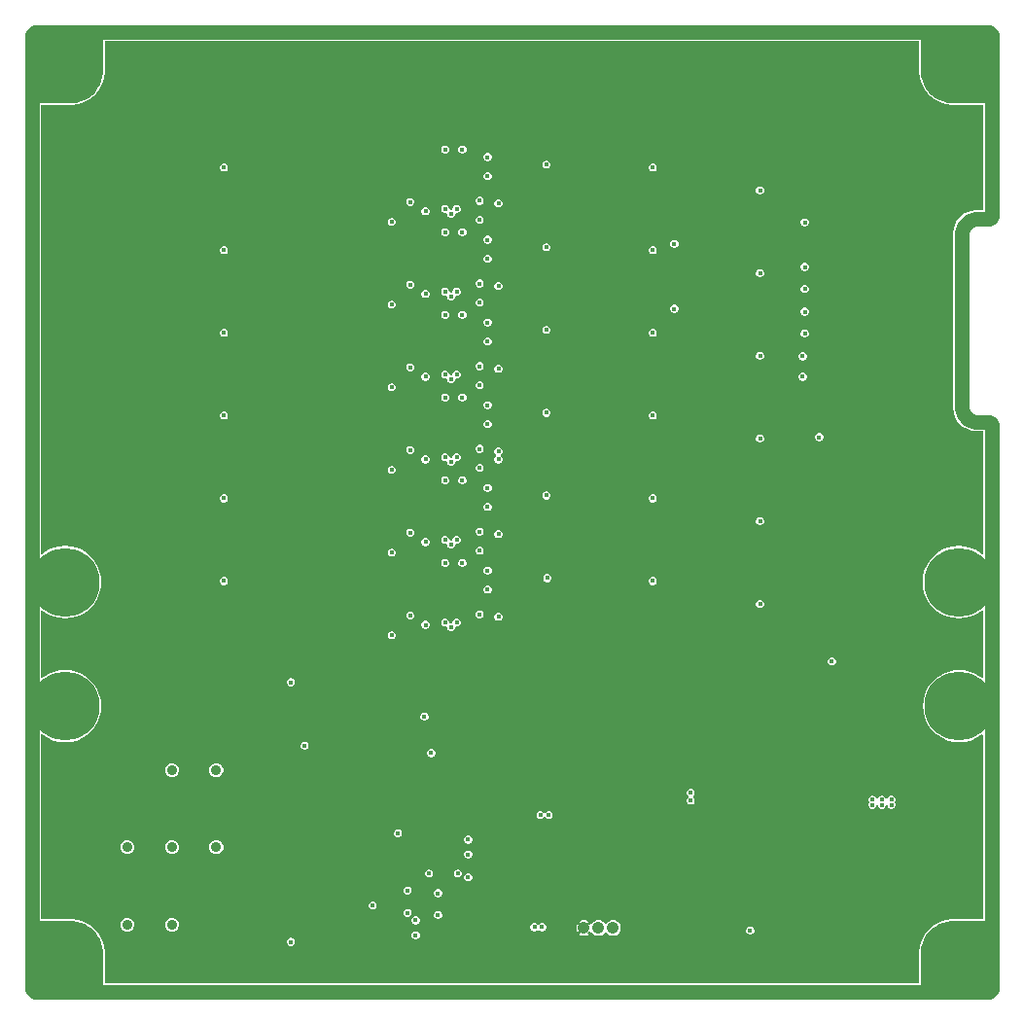
<source format=gbr>
G04*
G04 #@! TF.GenerationSoftware,Altium Limited,Altium Designer,24.1.2 (44)*
G04*
G04 Layer_Physical_Order=2*
G04 Layer_Color=36540*
%FSLAX44Y44*%
%MOMM*%
G71*
G04*
G04 #@! TF.SameCoordinates,5BE5AD36-3FF4-4A78-A3BF-1A6130355080*
G04*
G04*
G04 #@! TF.FilePolarity,Positive*
G04*
G01*
G75*
%ADD42C,1.2700*%
%ADD67C,6.0000*%
%ADD68C,0.8000*%
%ADD70C,1.0500*%
%ADD71C,0.4000*%
%ADD72C,0.9000*%
G36*
X843526Y781000D02*
X809293Y781000D01*
X807438Y781000D01*
X803761Y781484D01*
X800179Y782444D01*
X796752Y783863D01*
X793540Y785718D01*
X790598Y787975D01*
X787975Y790598D01*
X785718Y793540D01*
X783863Y796752D01*
X782444Y800179D01*
X781484Y803761D01*
X781000Y807438D01*
X781000Y809293D01*
X781000D01*
Y843526D01*
X843526D01*
Y781000D01*
D02*
G37*
G36*
X69000Y809293D02*
X69000D01*
X69000Y807438D01*
X68516Y803761D01*
X67556Y800179D01*
X66137Y796752D01*
X64282Y793540D01*
X62024Y790598D01*
X59402Y787975D01*
X56460Y785718D01*
X53248Y783863D01*
X49821Y782444D01*
X46239Y781484D01*
X42562Y781000D01*
X40707Y781000D01*
X6474Y781000D01*
Y843526D01*
X69000D01*
Y809293D01*
D02*
G37*
G36*
X779376D02*
X779376Y809293D01*
X779376Y807438D01*
X779419Y807335D01*
X779390Y807226D01*
X779874Y803549D01*
X779930Y803452D01*
X779916Y803341D01*
X780876Y799759D01*
X780944Y799669D01*
Y799557D01*
X782363Y796131D01*
X782443Y796052D01*
X782457Y795940D01*
X784312Y792729D01*
X784400Y792660D01*
X784430Y792552D01*
X786687Y789610D01*
X786785Y789554D01*
X786827Y789450D01*
X789450Y786827D01*
X789554Y786785D01*
X789610Y786687D01*
X792552Y784430D01*
X792660Y784401D01*
X792729Y784312D01*
X795940Y782457D01*
X796052Y782443D01*
X796131Y782363D01*
X799557Y780944D01*
X799669D01*
X799759Y780876D01*
X803341Y779916D01*
X803452Y779930D01*
X803549Y779874D01*
X807226Y779390D01*
X807335Y779419D01*
X807438Y779376D01*
X809293Y779376D01*
X835232Y779376D01*
Y687825D01*
X828860D01*
X828860Y687853D01*
X824998Y687472D01*
X821285Y686346D01*
X817862Y684517D01*
X814863Y682055D01*
X812401Y679055D01*
X810572Y675633D01*
X809445Y671919D01*
X809065Y668057D01*
X809092D01*
Y515497D01*
X809065D01*
X809445Y511635D01*
X810572Y507922D01*
X812401Y504499D01*
X814863Y501500D01*
X817862Y499038D01*
X821285Y497209D01*
X824998Y496082D01*
X828860Y495702D01*
X828860Y495729D01*
X835232D01*
Y388808D01*
X834079Y388276D01*
X832572Y389563D01*
X828345Y392154D01*
X823764Y394051D01*
X818943Y395208D01*
X814000Y395597D01*
X809057Y395208D01*
X804236Y394051D01*
X799655Y392154D01*
X795427Y389563D01*
X791657Y386343D01*
X788437Y382573D01*
X785846Y378345D01*
X783949Y373764D01*
X782792Y368943D01*
X782403Y364000D01*
X782792Y359057D01*
X783949Y354236D01*
X785846Y349655D01*
X788437Y345428D01*
X791657Y341657D01*
X795427Y338437D01*
X799655Y335846D01*
X804236Y333949D01*
X809057Y332792D01*
X814000Y332403D01*
X818943Y332792D01*
X823764Y333949D01*
X828345Y335846D01*
X832572Y338437D01*
X834079Y339724D01*
X835232Y339192D01*
Y281215D01*
X834079Y280683D01*
X833049Y281563D01*
X828822Y284153D01*
X824241Y286051D01*
X819420Y287208D01*
X814477Y287597D01*
X809534Y287208D01*
X804713Y286051D01*
X800132Y284153D01*
X795904Y281563D01*
X792134Y278343D01*
X788914Y274573D01*
X786323Y270345D01*
X784426Y265764D01*
X783269Y260943D01*
X782879Y256000D01*
X783269Y251057D01*
X784426Y246236D01*
X786323Y241655D01*
X788914Y237428D01*
X792134Y233657D01*
X795904Y230437D01*
X800132Y227847D01*
X804713Y225949D01*
X809534Y224792D01*
X814477Y224403D01*
X819420Y224792D01*
X824241Y225949D01*
X828822Y227847D01*
X833049Y230437D01*
X834079Y231317D01*
X835232Y230785D01*
Y70624D01*
X809293Y70624D01*
X807438Y70624D01*
X807335Y70581D01*
X807226Y70610D01*
X803549Y70126D01*
X803452Y70069D01*
X803341Y70084D01*
X799759Y69124D01*
X799669Y69056D01*
X799557D01*
X796131Y67637D01*
X796052Y67557D01*
X795940Y67543D01*
X792729Y65688D01*
X792660Y65599D01*
X792552Y65570D01*
X789610Y63313D01*
X789554Y63215D01*
X789450Y63173D01*
X786827Y60550D01*
X786785Y60447D01*
X786687Y60390D01*
X784430Y57448D01*
X784400Y57340D01*
X784312Y57271D01*
X782457Y54060D01*
X782443Y53948D01*
X782363Y53869D01*
X780944Y50443D01*
Y50331D01*
X780876Y50241D01*
X779916Y46659D01*
X779930Y46548D01*
X779874Y46451D01*
X779390Y42774D01*
X779419Y42665D01*
X779376Y42562D01*
X779376Y40707D01*
X779376Y40707D01*
Y14768D01*
X70624D01*
Y40707D01*
X70624Y40708D01*
X70624Y42562D01*
X70581Y42665D01*
X70610Y42774D01*
X70126Y46451D01*
X70069Y46548D01*
X70084Y46659D01*
X69124Y50241D01*
X69056Y50331D01*
Y50443D01*
X67637Y53869D01*
X67557Y53948D01*
X67543Y54060D01*
X65688Y57271D01*
X65599Y57340D01*
X65570Y57448D01*
X63313Y60390D01*
X63215Y60447D01*
X63173Y60550D01*
X60550Y63173D01*
X60447Y63215D01*
X60390Y63313D01*
X57448Y65570D01*
X57340Y65599D01*
X57271Y65688D01*
X54060Y67543D01*
X53948Y67557D01*
X53869Y67637D01*
X50443Y69056D01*
X50331D01*
X50241Y69124D01*
X46659Y70084D01*
X46548Y70069D01*
X46451Y70126D01*
X42774Y70610D01*
X42665Y70581D01*
X42562Y70624D01*
X40707Y70624D01*
X14768Y70624D01*
Y231192D01*
X15921Y231724D01*
X17428Y230437D01*
X21655Y227847D01*
X26236Y225949D01*
X31057Y224792D01*
X36000Y224403D01*
X40943Y224792D01*
X45764Y225949D01*
X50345Y227847D01*
X54573Y230437D01*
X58343Y233657D01*
X61563Y237428D01*
X64153Y241655D01*
X66051Y246236D01*
X67208Y251057D01*
X67597Y256000D01*
X67208Y260943D01*
X66051Y265764D01*
X64153Y270345D01*
X61563Y274573D01*
X58343Y278343D01*
X54573Y281563D01*
X50345Y284153D01*
X45764Y286051D01*
X40943Y287208D01*
X36000Y287597D01*
X31057Y287208D01*
X26236Y286051D01*
X21655Y284153D01*
X17428Y281563D01*
X15921Y280276D01*
X14768Y280808D01*
Y339192D01*
X15921Y339724D01*
X17428Y338437D01*
X21655Y335846D01*
X26236Y333949D01*
X31057Y332792D01*
X36000Y332403D01*
X40943Y332792D01*
X45764Y333949D01*
X50345Y335846D01*
X54573Y338437D01*
X58343Y341657D01*
X61563Y345428D01*
X64153Y349655D01*
X66051Y354236D01*
X67208Y359057D01*
X67597Y364000D01*
X67208Y368943D01*
X66051Y373764D01*
X64153Y378345D01*
X61563Y382573D01*
X58343Y386343D01*
X54573Y389563D01*
X50345Y392154D01*
X45764Y394051D01*
X40943Y395208D01*
X36000Y395597D01*
X31057Y395208D01*
X26236Y394051D01*
X21655Y392154D01*
X17428Y389563D01*
X15921Y388276D01*
X14768Y388808D01*
Y779376D01*
X40707Y779376D01*
X42562Y779376D01*
X42665Y779419D01*
X42774Y779390D01*
X46451Y779874D01*
X46548Y779930D01*
X46659Y779916D01*
X50241Y780876D01*
X50331Y780944D01*
X50443D01*
X53869Y782363D01*
X53948Y782443D01*
X54060Y782457D01*
X57271Y784312D01*
X57340Y784401D01*
X57448Y784430D01*
X60390Y786687D01*
X60447Y786785D01*
X60550Y786827D01*
X63173Y789450D01*
X63215Y789554D01*
X63313Y789610D01*
X65570Y792552D01*
X65599Y792660D01*
X65688Y792729D01*
X67543Y795940D01*
X67557Y796052D01*
X67637Y796131D01*
X69056Y799557D01*
Y799669D01*
X69124Y799759D01*
X70084Y803341D01*
X70069Y803452D01*
X70126Y803549D01*
X70610Y807226D01*
X70581Y807335D01*
X70624Y807438D01*
X70624Y809292D01*
X70624Y809293D01*
Y835232D01*
X779376D01*
Y809293D01*
D02*
G37*
G36*
X843526Y6474D02*
X781000D01*
Y40707D01*
X781000Y40707D01*
X781000Y40707D01*
X781000Y42562D01*
X781484Y46239D01*
X782444Y49821D01*
X783863Y53248D01*
X785718Y56460D01*
X787975Y59402D01*
X790598Y62024D01*
X793540Y64282D01*
X796752Y66137D01*
X800179Y67556D01*
X803761Y68516D01*
X807438Y69000D01*
X809293Y69000D01*
X843526Y69000D01*
Y6474D01*
D02*
G37*
G36*
X40707Y69000D02*
X42562Y69000D01*
X46239Y68516D01*
X49821Y67556D01*
X53248Y66137D01*
X56460Y64282D01*
X59402Y62024D01*
X62024Y59402D01*
X64282Y56460D01*
X66137Y53248D01*
X67556Y49821D01*
X68516Y46239D01*
X69000Y42562D01*
X69000Y40707D01*
X69000D01*
X69000Y40707D01*
Y6474D01*
X6474D01*
Y69000D01*
X40707Y69000D01*
D02*
G37*
%LPC*%
G36*
X823842Y840620D02*
X821845Y840620D01*
X822542Y838937D01*
X820195Y837965D01*
X819498Y839648D01*
X818085Y838235D01*
X817248Y836214D01*
X817248Y834216D01*
X818931Y834913D01*
X819903Y832567D01*
X818220Y831870D01*
X819633Y830457D01*
X821654Y829620D01*
X823652Y829620D01*
X822955Y831302D01*
X825301Y832274D01*
X825998Y830592D01*
X827411Y832004D01*
X828248Y834026D01*
X828248Y836023D01*
X826566Y835327D01*
X825594Y837673D01*
X827276Y838370D01*
X825864Y839782D01*
X823842Y840620D01*
D02*
G37*
G36*
X804158Y840620D02*
X802136Y839783D01*
X800724Y838370D01*
X802406Y837673D01*
X801434Y835327D01*
X799752Y836023D01*
X799752Y834026D01*
X800589Y832004D01*
X802002Y830592D01*
X802699Y832274D01*
X805045Y831302D01*
X804348Y829620D01*
X806346Y829620D01*
X808367Y830457D01*
X809780Y831870D01*
X808097Y832567D01*
X809069Y834913D01*
X810752Y834216D01*
X810752Y836214D01*
X809914Y838235D01*
X808502Y839648D01*
X807805Y837965D01*
X805459Y838937D01*
X806155Y840620D01*
X804158Y840620D01*
D02*
G37*
G36*
X793974Y828248D02*
X791977Y828248D01*
X792673Y826566D01*
X790327Y825594D01*
X789630Y827276D01*
X788217Y825864D01*
X787380Y823842D01*
X787380Y821845D01*
X789063Y822542D01*
X790035Y820195D01*
X788352Y819498D01*
X789765Y818085D01*
X791786Y817248D01*
X793784Y817248D01*
X793087Y818931D01*
X795433Y819903D01*
X796130Y818220D01*
X797543Y819633D01*
X798380Y821654D01*
X798380Y823652D01*
X796698Y822955D01*
X795726Y825301D01*
X797408Y825998D01*
X795996Y827411D01*
X793974Y828248D01*
D02*
G37*
G36*
X834026D02*
X832004Y827411D01*
X830592Y825998D01*
X832274Y825301D01*
X831302Y822955D01*
X829620Y823652D01*
X829620Y821654D01*
X830457Y819633D01*
X831870Y818220D01*
X832567Y819903D01*
X834913Y818931D01*
X834216Y817248D01*
X836214Y817248D01*
X838235Y818085D01*
X839648Y819498D01*
X837965Y820195D01*
X838937Y822542D01*
X840620Y821845D01*
X840620Y823842D01*
X839783Y825864D01*
X838370Y827276D01*
X837673Y825594D01*
X835327Y826566D01*
X836023Y828248D01*
X834026Y828248D01*
D02*
G37*
G36*
X836214Y810752D02*
X834216Y810752D01*
X834913Y809069D01*
X832567Y808097D01*
X831870Y809780D01*
X830457Y808367D01*
X829620Y806346D01*
X829620Y804348D01*
X831302Y805045D01*
X832274Y802699D01*
X830592Y802002D01*
X832004Y800589D01*
X834026Y799752D01*
X836023Y799752D01*
X835327Y801434D01*
X837673Y802406D01*
X838370Y800724D01*
X839782Y802136D01*
X840620Y804158D01*
X840620Y806155D01*
X838937Y805459D01*
X837965Y807805D01*
X839648Y808502D01*
X838235Y809914D01*
X836214Y810752D01*
D02*
G37*
G36*
X791786D02*
X789765Y809914D01*
X788352Y808502D01*
X790035Y807805D01*
X789063Y805459D01*
X787380Y806155D01*
X787380Y804158D01*
X788217Y802136D01*
X789630Y800724D01*
X790327Y802406D01*
X792673Y801434D01*
X791977Y799752D01*
X793974Y799752D01*
X795996Y800589D01*
X797408Y802002D01*
X795726Y802699D01*
X796698Y805045D01*
X798380Y804348D01*
X798380Y806346D01*
X797543Y808367D01*
X796130Y809780D01*
X795433Y808097D01*
X793087Y809069D01*
X793784Y810752D01*
X791786Y810752D01*
D02*
G37*
G36*
X806346Y798380D02*
X804348Y798380D01*
X805045Y796698D01*
X802699Y795726D01*
X802002Y797408D01*
X800589Y795996D01*
X799752Y793974D01*
X799752Y791977D01*
X801434Y792673D01*
X802406Y790327D01*
X800724Y789630D01*
X802136Y788217D01*
X804158Y787380D01*
X806155Y787380D01*
X805459Y789063D01*
X807805Y790035D01*
X808502Y788352D01*
X809914Y789765D01*
X810752Y791786D01*
X810752Y793784D01*
X809069Y793087D01*
X808097Y795433D01*
X809780Y796130D01*
X808367Y797543D01*
X806346Y798380D01*
D02*
G37*
G36*
X821654Y798380D02*
X819633Y797543D01*
X818220Y796130D01*
X819903Y795433D01*
X818931Y793087D01*
X817248Y793784D01*
X817248Y791786D01*
X818085Y789765D01*
X819498Y788352D01*
X820195Y790035D01*
X822542Y789063D01*
X821845Y787380D01*
X823842Y787380D01*
X825864Y788217D01*
X827276Y789630D01*
X825594Y790327D01*
X826566Y792673D01*
X828248Y791977D01*
X828248Y793974D01*
X827411Y795996D01*
X825998Y797408D01*
X825301Y795726D01*
X822955Y796698D01*
X823652Y798380D01*
X821654Y798380D01*
D02*
G37*
G36*
X45842Y840620D02*
X43845Y840620D01*
X44542Y838937D01*
X42195Y837965D01*
X41498Y839648D01*
X40086Y838235D01*
X39248Y836214D01*
X39248Y834216D01*
X40931Y834913D01*
X41903Y832567D01*
X40220Y831870D01*
X41633Y830457D01*
X43654Y829620D01*
X45652Y829620D01*
X44955Y831302D01*
X47301Y832274D01*
X47998Y830592D01*
X49411Y832004D01*
X50248Y834026D01*
X50248Y836023D01*
X48566Y835327D01*
X47594Y837673D01*
X49276Y838370D01*
X47864Y839782D01*
X45842Y840620D01*
D02*
G37*
G36*
X26158Y840620D02*
X24136Y839783D01*
X22724Y838370D01*
X24406Y837673D01*
X23434Y835327D01*
X21752Y836023D01*
X21752Y834026D01*
X22589Y832004D01*
X24002Y830592D01*
X24699Y832274D01*
X27045Y831302D01*
X26348Y829620D01*
X28346Y829620D01*
X30367Y830457D01*
X31780Y831870D01*
X30097Y832567D01*
X31069Y834913D01*
X32752Y834216D01*
X32752Y836214D01*
X31915Y838235D01*
X30502Y839648D01*
X29805Y837965D01*
X27459Y838937D01*
X28155Y840620D01*
X26158Y840620D01*
D02*
G37*
G36*
X15974Y828248D02*
X13977Y828248D01*
X14674Y826566D01*
X12327Y825594D01*
X11630Y827276D01*
X10217Y825864D01*
X9380Y823842D01*
X9380Y821845D01*
X11063Y822542D01*
X12035Y820195D01*
X10352Y819498D01*
X11765Y818085D01*
X13786Y817248D01*
X15784Y817248D01*
X15087Y818931D01*
X17433Y819903D01*
X18130Y818220D01*
X19543Y819633D01*
X20380Y821654D01*
X20380Y823652D01*
X18698Y822955D01*
X17726Y825301D01*
X19408Y825998D01*
X17996Y827411D01*
X15974Y828248D01*
D02*
G37*
G36*
X56026D02*
X54004Y827411D01*
X52592Y825998D01*
X54274Y825301D01*
X53302Y822955D01*
X51620Y823652D01*
X51620Y821654D01*
X52457Y819633D01*
X53870Y818220D01*
X54567Y819903D01*
X56913Y818931D01*
X56216Y817248D01*
X58214Y817248D01*
X60235Y818085D01*
X61648Y819498D01*
X59965Y820195D01*
X60937Y822542D01*
X62620Y821845D01*
X62620Y823842D01*
X61783Y825864D01*
X60370Y827276D01*
X59673Y825594D01*
X57326Y826566D01*
X58023Y828248D01*
X56026Y828248D01*
D02*
G37*
G36*
X58214Y810752D02*
X56216Y810752D01*
X56913Y809069D01*
X54567Y808097D01*
X53870Y809780D01*
X52457Y808367D01*
X51620Y806346D01*
X51620Y804348D01*
X53302Y805045D01*
X54274Y802699D01*
X52592Y802002D01*
X54004Y800589D01*
X56026Y799752D01*
X58023Y799752D01*
X57326Y801434D01*
X59673Y802406D01*
X60370Y800724D01*
X61783Y802136D01*
X62620Y804158D01*
X62620Y806155D01*
X60937Y805459D01*
X59965Y807805D01*
X61648Y808502D01*
X60235Y809914D01*
X58214Y810752D01*
D02*
G37*
G36*
X13786D02*
X11765Y809914D01*
X10352Y808502D01*
X12035Y807805D01*
X11063Y805459D01*
X9380Y806155D01*
X9380Y804158D01*
X10217Y802136D01*
X11630Y800724D01*
X12327Y802406D01*
X14674Y801434D01*
X13977Y799752D01*
X15974Y799752D01*
X17996Y800589D01*
X19408Y802002D01*
X17726Y802699D01*
X18698Y805045D01*
X20380Y804348D01*
X20380Y806346D01*
X19543Y808367D01*
X18130Y809780D01*
X17433Y808097D01*
X15087Y809069D01*
X15784Y810752D01*
X13786Y810752D01*
D02*
G37*
G36*
X28346Y798380D02*
X26348Y798380D01*
X27045Y796698D01*
X24699Y795726D01*
X24002Y797408D01*
X22589Y795996D01*
X21752Y793974D01*
X21752Y791977D01*
X23434Y792673D01*
X24406Y790327D01*
X22724Y789630D01*
X24136Y788217D01*
X26158Y787380D01*
X28155Y787380D01*
X27459Y789063D01*
X29805Y790035D01*
X30502Y788352D01*
X31915Y789765D01*
X32752Y791786D01*
X32752Y793784D01*
X31069Y793087D01*
X30097Y795433D01*
X31780Y796130D01*
X30367Y797543D01*
X28346Y798380D01*
D02*
G37*
G36*
X43654Y798380D02*
X41633Y797543D01*
X40220Y796130D01*
X41903Y795433D01*
X40931Y793087D01*
X39248Y793784D01*
X39248Y791786D01*
X40086Y789765D01*
X41498Y788352D01*
X42195Y790035D01*
X44542Y789063D01*
X43845Y787380D01*
X45842Y787380D01*
X47864Y788217D01*
X49276Y789630D01*
X47594Y790327D01*
X48566Y792673D01*
X50248Y791977D01*
X50248Y793974D01*
X49411Y795996D01*
X47998Y797408D01*
X47301Y795726D01*
X44955Y796698D01*
X45652Y798380D01*
X43654Y798380D01*
D02*
G37*
G36*
X382546Y744184D02*
X381154D01*
X379868Y743651D01*
X378883Y742667D01*
X378350Y741380D01*
Y739988D01*
X378883Y738701D01*
X379868Y737717D01*
X381154Y737184D01*
X382546D01*
X383833Y737717D01*
X384817Y738701D01*
X385350Y739988D01*
Y741380D01*
X384817Y742667D01*
X383833Y743651D01*
X382546Y744184D01*
D02*
G37*
G36*
X367546D02*
X366154D01*
X364867Y743651D01*
X363883Y742667D01*
X363350Y741380D01*
Y739988D01*
X363883Y738701D01*
X364867Y737717D01*
X366154Y737184D01*
X367546D01*
X368833Y737717D01*
X369817Y738701D01*
X370350Y739988D01*
Y741380D01*
X369817Y742667D01*
X368833Y743651D01*
X367546Y744184D01*
D02*
G37*
G36*
X404556Y737524D02*
X403164D01*
X401877Y736991D01*
X400893Y736007D01*
X400360Y734720D01*
Y733328D01*
X400893Y732041D01*
X401877Y731057D01*
X403164Y730524D01*
X404556D01*
X405843Y731057D01*
X406827Y732041D01*
X407360Y733328D01*
Y734720D01*
X406827Y736007D01*
X405843Y736991D01*
X404556Y737524D01*
D02*
G37*
G36*
X455695Y731000D02*
X454303D01*
X453016Y730467D01*
X452032Y729483D01*
X451499Y728196D01*
Y726804D01*
X452032Y725517D01*
X453016Y724533D01*
X454303Y724000D01*
X455695D01*
X456982Y724533D01*
X457966Y725517D01*
X458499Y726804D01*
Y728196D01*
X457966Y729483D01*
X456982Y730467D01*
X455695Y731000D01*
D02*
G37*
G36*
X548320Y728500D02*
X546928D01*
X545641Y727967D01*
X544657Y726982D01*
X544124Y725696D01*
Y724304D01*
X544657Y723017D01*
X545641Y722033D01*
X546928Y721500D01*
X548320D01*
X549607Y722033D01*
X550591Y723017D01*
X551124Y724304D01*
Y725696D01*
X550591Y726982D01*
X549607Y727967D01*
X548320Y728500D01*
D02*
G37*
G36*
X174960D02*
X173568D01*
X172281Y727967D01*
X171297Y726982D01*
X170764Y725696D01*
Y724304D01*
X171297Y723017D01*
X172281Y722033D01*
X173568Y721500D01*
X174960D01*
X176247Y722033D01*
X177231Y723017D01*
X177764Y724304D01*
Y725696D01*
X177231Y726982D01*
X176247Y727967D01*
X174960Y728500D01*
D02*
G37*
G36*
X404556Y721050D02*
X403164D01*
X401877Y720517D01*
X400893Y719533D01*
X400360Y718246D01*
Y716854D01*
X400893Y715567D01*
X401877Y714583D01*
X403164Y714050D01*
X404556D01*
X405843Y714583D01*
X406827Y715567D01*
X407360Y716854D01*
Y718246D01*
X406827Y719533D01*
X405843Y720517D01*
X404556Y721050D01*
D02*
G37*
G36*
X641660Y708500D02*
X640268D01*
X638981Y707967D01*
X637997Y706982D01*
X637464Y705696D01*
Y704304D01*
X637997Y703017D01*
X638981Y702033D01*
X640268Y701500D01*
X641660D01*
X642947Y702033D01*
X643931Y703017D01*
X644464Y704304D01*
Y705696D01*
X643931Y706982D01*
X642947Y707967D01*
X641660Y708500D01*
D02*
G37*
G36*
X397612Y699476D02*
X396220D01*
X394933Y698943D01*
X393949Y697959D01*
X393416Y696672D01*
Y695280D01*
X393949Y693993D01*
X394933Y693009D01*
X396220Y692476D01*
X397612D01*
X398899Y693009D01*
X399883Y693993D01*
X400416Y695280D01*
Y696672D01*
X399883Y697959D01*
X398899Y698943D01*
X397612Y699476D01*
D02*
G37*
G36*
X337156Y698500D02*
X335764D01*
X334477Y697967D01*
X333493Y696982D01*
X332960Y695696D01*
Y694304D01*
X333493Y693017D01*
X334477Y692033D01*
X335764Y691500D01*
X337156D01*
X338442Y692033D01*
X339427Y693017D01*
X339960Y694304D01*
Y695696D01*
X339427Y696982D01*
X338442Y697967D01*
X337156Y698500D01*
D02*
G37*
G36*
X413938Y697287D02*
X412545D01*
X411259Y696754D01*
X410275Y695770D01*
X409742Y694483D01*
Y693091D01*
X410275Y691804D01*
X411259Y690820D01*
X412545Y690287D01*
X413938D01*
X415224Y690820D01*
X416209Y691804D01*
X416742Y693091D01*
Y694483D01*
X416209Y695770D01*
X415224Y696754D01*
X413938Y697287D01*
D02*
G37*
G36*
X377546Y692310D02*
X376154D01*
X374867Y691777D01*
X373883Y690793D01*
X373350Y689506D01*
Y689352D01*
X372546Y688310D01*
X371154D01*
X370350Y689352D01*
Y689506D01*
X369817Y690793D01*
X368833Y691777D01*
X367546Y692310D01*
X366154D01*
X364867Y691777D01*
X363883Y690793D01*
X363350Y689506D01*
Y688114D01*
X363883Y686827D01*
X364867Y685843D01*
X366154Y685310D01*
X367546D01*
X368350Y684268D01*
Y684114D01*
X368883Y682827D01*
X369868Y681843D01*
X371154Y681310D01*
X372546D01*
X373833Y681843D01*
X374817Y682827D01*
X375350Y684114D01*
Y684268D01*
X376154Y685310D01*
X377546D01*
X378833Y685843D01*
X379817Y686827D01*
X380350Y688114D01*
Y689506D01*
X379817Y690793D01*
X378833Y691777D01*
X377546Y692310D01*
D02*
G37*
G36*
X350474Y690314D02*
X349082D01*
X347795Y689781D01*
X346811Y688797D01*
X346278Y687511D01*
Y686118D01*
X346811Y684832D01*
X347795Y683847D01*
X349082Y683314D01*
X350474D01*
X351761Y683847D01*
X352745Y684832D01*
X353278Y686118D01*
Y687511D01*
X352745Y688797D01*
X351761Y689781D01*
X350474Y690314D01*
D02*
G37*
G36*
X397612Y682950D02*
X396220D01*
X394933Y682417D01*
X393949Y681433D01*
X393416Y680146D01*
Y678754D01*
X393949Y677467D01*
X394933Y676483D01*
X396220Y675950D01*
X397612D01*
X398899Y676483D01*
X399883Y677467D01*
X400416Y678754D01*
Y680146D01*
X399883Y681433D01*
X398899Y682417D01*
X397612Y682950D01*
D02*
G37*
G36*
X321155Y681252D02*
X319762D01*
X318476Y680719D01*
X317491Y679734D01*
X316959Y678448D01*
Y677055D01*
X317491Y675769D01*
X318476Y674784D01*
X319762Y674252D01*
X321155D01*
X322441Y674784D01*
X323426Y675769D01*
X323959Y677055D01*
Y678448D01*
X323426Y679734D01*
X322441Y680719D01*
X321155Y681252D01*
D02*
G37*
G36*
X680680Y680711D02*
X679288D01*
X678001Y680179D01*
X677017Y679194D01*
X676484Y677908D01*
Y676515D01*
X677017Y675229D01*
X678001Y674244D01*
X679288Y673711D01*
X680680D01*
X681967Y674244D01*
X682951Y675229D01*
X683484Y676515D01*
Y677908D01*
X682951Y679194D01*
X681967Y680179D01*
X680680Y680711D01*
D02*
G37*
G36*
X382546Y672184D02*
X381154D01*
X379868Y671651D01*
X378883Y670667D01*
X378350Y669380D01*
Y667988D01*
X378883Y666701D01*
X379868Y665717D01*
X381154Y665184D01*
X382546D01*
X383833Y665717D01*
X384817Y666701D01*
X385350Y667988D01*
Y669380D01*
X384817Y670667D01*
X383833Y671651D01*
X382546Y672184D01*
D02*
G37*
G36*
X367546D02*
X366154D01*
X364867Y671651D01*
X363883Y670667D01*
X363350Y669380D01*
Y667988D01*
X363883Y666701D01*
X364867Y665717D01*
X366154Y665184D01*
X367546D01*
X368833Y665717D01*
X369817Y666701D01*
X370350Y667988D01*
Y669380D01*
X369817Y670667D01*
X368833Y671651D01*
X367546Y672184D01*
D02*
G37*
G36*
X404556Y665524D02*
X403164D01*
X401877Y664991D01*
X400893Y664007D01*
X400360Y662720D01*
Y661328D01*
X400893Y660041D01*
X401877Y659057D01*
X403164Y658524D01*
X404556D01*
X405843Y659057D01*
X406827Y660041D01*
X407360Y661328D01*
Y662720D01*
X406827Y664007D01*
X405843Y664991D01*
X404556Y665524D01*
D02*
G37*
G36*
X567116Y661994D02*
X565724D01*
X564437Y661461D01*
X563453Y660477D01*
X562920Y659190D01*
Y657798D01*
X563453Y656511D01*
X564437Y655527D01*
X565724Y654994D01*
X567116D01*
X568403Y655527D01*
X569387Y656511D01*
X569920Y657798D01*
Y659190D01*
X569387Y660477D01*
X568403Y661461D01*
X567116Y661994D01*
D02*
G37*
G36*
X455695Y659000D02*
X454303D01*
X453016Y658467D01*
X452032Y657483D01*
X451499Y656196D01*
Y654804D01*
X452032Y653517D01*
X453016Y652533D01*
X454303Y652000D01*
X455695D01*
X456982Y652533D01*
X457966Y653517D01*
X458499Y654804D01*
Y656196D01*
X457966Y657483D01*
X456982Y658467D01*
X455695Y659000D01*
D02*
G37*
G36*
X548320Y656500D02*
X546928D01*
X545641Y655967D01*
X544657Y654983D01*
X544124Y653696D01*
Y652304D01*
X544657Y651017D01*
X545641Y650033D01*
X546928Y649500D01*
X548320D01*
X549607Y650033D01*
X550591Y651017D01*
X551124Y652304D01*
Y653696D01*
X550591Y654983D01*
X549607Y655967D01*
X548320Y656500D01*
D02*
G37*
G36*
X174960D02*
X173568D01*
X172281Y655967D01*
X171297Y654983D01*
X170764Y653696D01*
Y652304D01*
X171297Y651017D01*
X172281Y650033D01*
X173568Y649500D01*
X174960D01*
X176247Y650033D01*
X177231Y651017D01*
X177764Y652304D01*
Y653696D01*
X177231Y654983D01*
X176247Y655967D01*
X174960Y656500D01*
D02*
G37*
G36*
X404556Y649050D02*
X403164D01*
X401877Y648517D01*
X400893Y647533D01*
X400360Y646246D01*
Y644854D01*
X400893Y643567D01*
X401877Y642583D01*
X403164Y642050D01*
X404556D01*
X405843Y642583D01*
X406827Y643567D01*
X407360Y644854D01*
Y646246D01*
X406827Y647533D01*
X405843Y648517D01*
X404556Y649050D01*
D02*
G37*
G36*
X680680Y641820D02*
X679288D01*
X678001Y641287D01*
X677017Y640302D01*
X676484Y639016D01*
Y637623D01*
X677017Y636337D01*
X678001Y635352D01*
X679288Y634820D01*
X680680D01*
X681967Y635352D01*
X682951Y636337D01*
X683484Y637623D01*
Y639016D01*
X682951Y640302D01*
X681967Y641287D01*
X680680Y641820D01*
D02*
G37*
G36*
X641660Y636500D02*
X640268D01*
X638981Y635967D01*
X637997Y634983D01*
X637464Y633696D01*
Y632304D01*
X637997Y631017D01*
X638981Y630033D01*
X640268Y629500D01*
X641660D01*
X642947Y630033D01*
X643931Y631017D01*
X644464Y632304D01*
Y633696D01*
X643931Y634983D01*
X642947Y635967D01*
X641660Y636500D01*
D02*
G37*
G36*
X397612Y627476D02*
X396220D01*
X394933Y626943D01*
X393949Y625959D01*
X393416Y624672D01*
Y623280D01*
X393949Y621993D01*
X394933Y621009D01*
X396220Y620476D01*
X397612D01*
X398899Y621009D01*
X399883Y621993D01*
X400416Y623280D01*
Y624672D01*
X399883Y625959D01*
X398899Y626943D01*
X397612Y627476D01*
D02*
G37*
G36*
X337156Y626500D02*
X335764D01*
X334477Y625967D01*
X333493Y624982D01*
X332960Y623696D01*
Y622304D01*
X333493Y621017D01*
X334477Y620033D01*
X335764Y619500D01*
X337156D01*
X338442Y620033D01*
X339427Y621017D01*
X339960Y622304D01*
Y623696D01*
X339427Y624982D01*
X338442Y625967D01*
X337156Y626500D01*
D02*
G37*
G36*
X413938Y625287D02*
X412545D01*
X411259Y624754D01*
X410275Y623769D01*
X409742Y622483D01*
Y621091D01*
X410275Y619804D01*
X411259Y618820D01*
X412545Y618287D01*
X413938D01*
X415224Y618820D01*
X416209Y619804D01*
X416742Y621091D01*
Y622483D01*
X416209Y623769D01*
X415224Y624754D01*
X413938Y625287D01*
D02*
G37*
G36*
X377546Y620310D02*
X376154D01*
X374868Y619777D01*
X373883Y618793D01*
X373350Y617506D01*
Y617352D01*
X372546Y616310D01*
X371154D01*
X370350Y617352D01*
Y617506D01*
X369817Y618793D01*
X368833Y619777D01*
X367546Y620310D01*
X366154D01*
X364868Y619777D01*
X363883Y618793D01*
X363350Y617506D01*
Y616114D01*
X363883Y614827D01*
X364868Y613843D01*
X366154Y613310D01*
X367546D01*
X368350Y612268D01*
Y612114D01*
X368883Y610827D01*
X369868Y609843D01*
X371154Y609310D01*
X372546D01*
X373833Y609843D01*
X374817Y610827D01*
X375350Y612114D01*
Y612268D01*
X376154Y613310D01*
X377546D01*
X378833Y613843D01*
X379817Y614827D01*
X380350Y616114D01*
Y617506D01*
X379817Y618793D01*
X378833Y619777D01*
X377546Y620310D01*
D02*
G37*
G36*
X680680Y622820D02*
X679288D01*
X678001Y622287D01*
X677017Y621302D01*
X676484Y620016D01*
Y618623D01*
X677017Y617337D01*
X678001Y616352D01*
X679288Y615820D01*
X680680D01*
X681967Y616352D01*
X682951Y617337D01*
X683484Y618623D01*
Y620016D01*
X682951Y621302D01*
X681967Y622287D01*
X680680Y622820D01*
D02*
G37*
G36*
X350474Y618314D02*
X349082D01*
X347795Y617782D01*
X346811Y616797D01*
X346278Y615511D01*
Y614118D01*
X346811Y612832D01*
X347795Y611847D01*
X349082Y611314D01*
X350474D01*
X351761Y611847D01*
X352745Y612832D01*
X353278Y614118D01*
Y615511D01*
X352745Y616797D01*
X351761Y617782D01*
X350474Y618314D01*
D02*
G37*
G36*
X397612Y610950D02*
X396220D01*
X394933Y610417D01*
X393949Y609433D01*
X393416Y608146D01*
Y606754D01*
X393949Y605467D01*
X394933Y604483D01*
X396220Y603950D01*
X397612D01*
X398899Y604483D01*
X399883Y605467D01*
X400416Y606754D01*
Y608146D01*
X399883Y609433D01*
X398899Y610417D01*
X397612Y610950D01*
D02*
G37*
G36*
X321154Y609250D02*
X319762D01*
X318475Y608717D01*
X317491Y607733D01*
X316958Y606446D01*
Y605054D01*
X317491Y603767D01*
X318475Y602783D01*
X319762Y602250D01*
X321154D01*
X322441Y602783D01*
X323425Y603767D01*
X323958Y605054D01*
Y606446D01*
X323425Y607733D01*
X322441Y608717D01*
X321154Y609250D01*
D02*
G37*
G36*
X567116Y605480D02*
X565724D01*
X564437Y604947D01*
X563453Y603963D01*
X562920Y602676D01*
Y601284D01*
X563453Y599997D01*
X564437Y599013D01*
X565724Y598480D01*
X567116D01*
X568403Y599013D01*
X569387Y599997D01*
X569920Y601284D01*
Y602676D01*
X569387Y603963D01*
X568403Y604947D01*
X567116Y605480D01*
D02*
G37*
G36*
X680680Y602928D02*
X679288D01*
X678001Y602395D01*
X677017Y601410D01*
X676484Y600124D01*
Y598732D01*
X677017Y597445D01*
X678001Y596461D01*
X679288Y595928D01*
X680680D01*
X681967Y596461D01*
X682951Y597445D01*
X683484Y598732D01*
Y600124D01*
X682951Y601410D01*
X681967Y602395D01*
X680680Y602928D01*
D02*
G37*
G36*
X382546Y600184D02*
X381154D01*
X379868Y599651D01*
X378883Y598667D01*
X378350Y597380D01*
Y595988D01*
X378883Y594701D01*
X379868Y593717D01*
X381154Y593184D01*
X382546D01*
X383833Y593717D01*
X384817Y594701D01*
X385350Y595988D01*
Y597380D01*
X384817Y598667D01*
X383833Y599651D01*
X382546Y600184D01*
D02*
G37*
G36*
X367546D02*
X366154D01*
X364867Y599651D01*
X363883Y598667D01*
X363350Y597380D01*
Y595988D01*
X363883Y594701D01*
X364867Y593717D01*
X366154Y593184D01*
X367546D01*
X368833Y593717D01*
X369817Y594701D01*
X370350Y595988D01*
Y597380D01*
X369817Y598667D01*
X368833Y599651D01*
X367546Y600184D01*
D02*
G37*
G36*
X404556Y593524D02*
X403164D01*
X401877Y592991D01*
X400893Y592007D01*
X400360Y590720D01*
Y589328D01*
X400893Y588041D01*
X401877Y587057D01*
X403164Y586524D01*
X404556D01*
X405843Y587057D01*
X406827Y588041D01*
X407360Y589328D01*
Y590720D01*
X406827Y592007D01*
X405843Y592991D01*
X404556Y593524D01*
D02*
G37*
G36*
X455695Y587000D02*
X454303D01*
X453016Y586467D01*
X452032Y585482D01*
X451499Y584196D01*
Y582804D01*
X452032Y581517D01*
X453016Y580533D01*
X454303Y580000D01*
X455695D01*
X456982Y580533D01*
X457966Y581517D01*
X458499Y582804D01*
Y584196D01*
X457966Y585482D01*
X456982Y586467D01*
X455695Y587000D01*
D02*
G37*
G36*
X548320Y584500D02*
X546928D01*
X545641Y583967D01*
X544657Y582982D01*
X544124Y581696D01*
Y580304D01*
X544657Y579017D01*
X545641Y578033D01*
X546928Y577500D01*
X548320D01*
X549607Y578033D01*
X550591Y579017D01*
X551124Y580304D01*
Y581696D01*
X550591Y582982D01*
X549607Y583967D01*
X548320Y584500D01*
D02*
G37*
G36*
X174960D02*
X173568D01*
X172281Y583967D01*
X171297Y582982D01*
X170764Y581696D01*
Y580304D01*
X171297Y579017D01*
X172281Y578033D01*
X173568Y577500D01*
X174960D01*
X176247Y578033D01*
X177231Y579017D01*
X177764Y580304D01*
Y581696D01*
X177231Y582982D01*
X176247Y583967D01*
X174960Y584500D01*
D02*
G37*
G36*
X680680Y583928D02*
X679288D01*
X678001Y583395D01*
X677017Y582410D01*
X676484Y581124D01*
Y579732D01*
X677017Y578445D01*
X678001Y577461D01*
X679288Y576928D01*
X680680D01*
X681967Y577461D01*
X682951Y578445D01*
X683484Y579732D01*
Y581124D01*
X682951Y582410D01*
X681967Y583395D01*
X680680Y583928D01*
D02*
G37*
G36*
X404556Y577050D02*
X403164D01*
X401877Y576517D01*
X400893Y575533D01*
X400360Y574246D01*
Y572854D01*
X400893Y571567D01*
X401877Y570583D01*
X403164Y570050D01*
X404556D01*
X405843Y570583D01*
X406827Y571567D01*
X407360Y572854D01*
Y574246D01*
X406827Y575533D01*
X405843Y576517D01*
X404556Y577050D01*
D02*
G37*
G36*
X641660Y564500D02*
X640268D01*
X638981Y563967D01*
X637997Y562982D01*
X637464Y561696D01*
Y560304D01*
X637997Y559017D01*
X638981Y558033D01*
X640268Y557500D01*
X641660D01*
X642947Y558033D01*
X643931Y559017D01*
X644464Y560304D01*
Y561696D01*
X643931Y562982D01*
X642947Y563967D01*
X641660Y564500D01*
D02*
G37*
G36*
X678876Y564036D02*
X677484D01*
X676197Y563503D01*
X675213Y562519D01*
X674680Y561232D01*
Y559840D01*
X675213Y558553D01*
X676197Y557569D01*
X677484Y557036D01*
X678876D01*
X680163Y557569D01*
X681147Y558553D01*
X681680Y559840D01*
Y561232D01*
X681147Y562519D01*
X680163Y563503D01*
X678876Y564036D01*
D02*
G37*
G36*
X397612Y555476D02*
X396220D01*
X394933Y554943D01*
X393949Y553959D01*
X393416Y552672D01*
Y551280D01*
X393949Y549993D01*
X394933Y549009D01*
X396220Y548476D01*
X397612D01*
X398899Y549009D01*
X399883Y549993D01*
X400416Y551280D01*
Y552672D01*
X399883Y553959D01*
X398899Y554943D01*
X397612Y555476D01*
D02*
G37*
G36*
X337156Y554500D02*
X335764D01*
X334477Y553967D01*
X333493Y552982D01*
X332960Y551696D01*
Y550304D01*
X333493Y549017D01*
X334477Y548033D01*
X335764Y547500D01*
X337156D01*
X338442Y548033D01*
X339427Y549017D01*
X339960Y550304D01*
Y551696D01*
X339427Y552982D01*
X338442Y553967D01*
X337156Y554500D01*
D02*
G37*
G36*
X413938Y553287D02*
X412545D01*
X411259Y552754D01*
X410275Y551769D01*
X409742Y550483D01*
Y549091D01*
X410275Y547804D01*
X411259Y546820D01*
X412545Y546287D01*
X413938D01*
X415224Y546820D01*
X416209Y547804D01*
X416742Y549091D01*
Y550483D01*
X416209Y551769D01*
X415224Y552754D01*
X413938Y553287D01*
D02*
G37*
G36*
X377546Y548310D02*
X376154D01*
X374867Y547777D01*
X373883Y546793D01*
X373350Y545506D01*
Y545352D01*
X372546Y544310D01*
X371154D01*
X370350Y545352D01*
Y545506D01*
X369817Y546793D01*
X368833Y547777D01*
X367546Y548310D01*
X366154D01*
X364867Y547777D01*
X363883Y546793D01*
X363350Y545506D01*
Y544114D01*
X363883Y542827D01*
X364867Y541843D01*
X366154Y541310D01*
X367546D01*
X368350Y540268D01*
Y540114D01*
X368883Y538827D01*
X369868Y537843D01*
X371154Y537310D01*
X372546D01*
X373833Y537843D01*
X374817Y538827D01*
X375350Y540114D01*
Y540268D01*
X376154Y541310D01*
X377546D01*
X378833Y541843D01*
X379817Y542827D01*
X380350Y544114D01*
Y545506D01*
X379817Y546793D01*
X378833Y547777D01*
X377546Y548310D01*
D02*
G37*
G36*
X678876Y546314D02*
X677484D01*
X676197Y545782D01*
X675213Y544797D01*
X674680Y543511D01*
Y542118D01*
X675213Y540832D01*
X676197Y539847D01*
X677484Y539314D01*
X678876D01*
X680163Y539847D01*
X681147Y540832D01*
X681680Y542118D01*
Y543511D01*
X681147Y544797D01*
X680163Y545782D01*
X678876Y546314D01*
D02*
G37*
G36*
X350474D02*
X349082D01*
X347795Y545782D01*
X346811Y544797D01*
X346278Y543511D01*
Y542118D01*
X346811Y540832D01*
X347795Y539847D01*
X349082Y539314D01*
X350474D01*
X351761Y539847D01*
X352745Y540832D01*
X353278Y542118D01*
Y543511D01*
X352745Y544797D01*
X351761Y545782D01*
X350474Y546314D01*
D02*
G37*
G36*
X397612Y538950D02*
X396220D01*
X394933Y538417D01*
X393949Y537433D01*
X393416Y536146D01*
Y534754D01*
X393949Y533467D01*
X394933Y532483D01*
X396220Y531950D01*
X397612D01*
X398899Y532483D01*
X399883Y533467D01*
X400416Y534754D01*
Y536146D01*
X399883Y537433D01*
X398899Y538417D01*
X397612Y538950D01*
D02*
G37*
G36*
X321154Y537250D02*
X319762D01*
X318475Y536717D01*
X317491Y535733D01*
X316958Y534446D01*
Y533054D01*
X317491Y531767D01*
X318475Y530783D01*
X319762Y530250D01*
X321154D01*
X322441Y530783D01*
X323425Y531767D01*
X323958Y533054D01*
Y534446D01*
X323425Y535733D01*
X322441Y536717D01*
X321154Y537250D01*
D02*
G37*
G36*
X382546Y528184D02*
X381154D01*
X379868Y527651D01*
X378883Y526667D01*
X378350Y525380D01*
Y523988D01*
X378883Y522701D01*
X379868Y521717D01*
X381154Y521184D01*
X382546D01*
X383833Y521717D01*
X384817Y522701D01*
X385350Y523988D01*
Y525380D01*
X384817Y526667D01*
X383833Y527651D01*
X382546Y528184D01*
D02*
G37*
G36*
X367546D02*
X366154D01*
X364867Y527651D01*
X363883Y526667D01*
X363350Y525380D01*
Y523988D01*
X363883Y522701D01*
X364867Y521717D01*
X366154Y521184D01*
X367546D01*
X368833Y521717D01*
X369817Y522701D01*
X370350Y523988D01*
Y525380D01*
X369817Y526667D01*
X368833Y527651D01*
X367546Y528184D01*
D02*
G37*
G36*
X404556Y521524D02*
X403164D01*
X401877Y520991D01*
X400893Y520007D01*
X400360Y518720D01*
Y517328D01*
X400893Y516041D01*
X401877Y515057D01*
X403164Y514524D01*
X404556D01*
X405843Y515057D01*
X406827Y516041D01*
X407360Y517328D01*
Y518720D01*
X406827Y520007D01*
X405843Y520991D01*
X404556Y521524D01*
D02*
G37*
G36*
X455695Y515000D02*
X454303D01*
X453016Y514467D01*
X452032Y513483D01*
X451499Y512196D01*
Y510804D01*
X452032Y509517D01*
X453016Y508533D01*
X454303Y508000D01*
X455695D01*
X456982Y508533D01*
X457966Y509517D01*
X458499Y510804D01*
Y512196D01*
X457966Y513483D01*
X456982Y514467D01*
X455695Y515000D01*
D02*
G37*
G36*
X548320Y512500D02*
X546928D01*
X545641Y511967D01*
X544657Y510983D01*
X544124Y509696D01*
Y508304D01*
X544657Y507017D01*
X545641Y506033D01*
X546928Y505500D01*
X548320D01*
X549607Y506033D01*
X550591Y507017D01*
X551124Y508304D01*
Y509696D01*
X550591Y510983D01*
X549607Y511967D01*
X548320Y512500D01*
D02*
G37*
G36*
X174960D02*
X173568D01*
X172281Y511967D01*
X171297Y510983D01*
X170764Y509696D01*
Y508304D01*
X171297Y507017D01*
X172281Y506033D01*
X173568Y505500D01*
X174960D01*
X176247Y506033D01*
X177231Y507017D01*
X177764Y508304D01*
Y509696D01*
X177231Y510983D01*
X176247Y511967D01*
X174960Y512500D01*
D02*
G37*
G36*
X404556Y505050D02*
X403164D01*
X401877Y504517D01*
X400893Y503533D01*
X400360Y502246D01*
Y500854D01*
X400893Y499567D01*
X401877Y498583D01*
X403164Y498050D01*
X404556D01*
X405843Y498583D01*
X406827Y499567D01*
X407360Y500854D01*
Y502246D01*
X406827Y503533D01*
X405843Y504517D01*
X404556Y505050D01*
D02*
G37*
G36*
X693180Y493720D02*
X691788D01*
X690501Y493187D01*
X689517Y492203D01*
X688984Y490916D01*
Y489524D01*
X689517Y488237D01*
X690501Y487253D01*
X691788Y486720D01*
X693180D01*
X694467Y487253D01*
X695451Y488237D01*
X695984Y489524D01*
Y490916D01*
X695451Y492203D01*
X694467Y493187D01*
X693180Y493720D01*
D02*
G37*
G36*
X641660Y492500D02*
X640268D01*
X638981Y491967D01*
X637997Y490983D01*
X637464Y489696D01*
Y488304D01*
X637997Y487017D01*
X638981Y486033D01*
X640268Y485500D01*
X641660D01*
X642947Y486033D01*
X643931Y487017D01*
X644464Y488304D01*
Y489696D01*
X643931Y490983D01*
X642947Y491967D01*
X641660Y492500D01*
D02*
G37*
G36*
X397612Y483476D02*
X396220D01*
X394933Y482943D01*
X393949Y481959D01*
X393416Y480672D01*
Y479280D01*
X393949Y477993D01*
X394933Y477009D01*
X396220Y476476D01*
X397612D01*
X398899Y477009D01*
X399883Y477993D01*
X400416Y479280D01*
Y480672D01*
X399883Y481959D01*
X398899Y482943D01*
X397612Y483476D01*
D02*
G37*
G36*
X337156Y482500D02*
X335764D01*
X334477Y481967D01*
X333493Y480983D01*
X332960Y479696D01*
Y478304D01*
X333493Y477017D01*
X334477Y476033D01*
X335764Y475500D01*
X337156D01*
X338442Y476033D01*
X339427Y477017D01*
X339960Y478304D01*
Y479696D01*
X339427Y480983D01*
X338442Y481967D01*
X337156Y482500D01*
D02*
G37*
G36*
X377546Y476310D02*
X376154D01*
X374867Y475777D01*
X373883Y474793D01*
X373350Y473506D01*
Y473352D01*
X372546Y472310D01*
X371154D01*
X370350Y473352D01*
Y473506D01*
X369817Y474793D01*
X368833Y475777D01*
X367546Y476310D01*
X366154D01*
X364867Y475777D01*
X363883Y474793D01*
X363350Y473506D01*
Y472114D01*
X363883Y470827D01*
X364867Y469843D01*
X366154Y469310D01*
X367546D01*
X368350Y468268D01*
Y468114D01*
X368883Y466827D01*
X369868Y465843D01*
X371154Y465310D01*
X372546D01*
X373833Y465843D01*
X374817Y466827D01*
X375350Y468114D01*
Y468268D01*
X376154Y469310D01*
X377546D01*
X378833Y469843D01*
X379817Y470827D01*
X380350Y472114D01*
Y473506D01*
X379817Y474793D01*
X378833Y475777D01*
X377546Y476310D01*
D02*
G37*
G36*
X413938Y481287D02*
X412545D01*
X411259Y480754D01*
X410275Y479770D01*
X409742Y478483D01*
Y477091D01*
X410275Y475804D01*
X411021Y475058D01*
X411163Y474304D01*
X411021Y473544D01*
X410276Y472799D01*
X409744Y471512D01*
Y470120D01*
X410276Y468833D01*
X411261Y467849D01*
X412547Y467316D01*
X413940D01*
X415226Y467849D01*
X416211Y468833D01*
X416744Y470120D01*
Y471512D01*
X416211Y472799D01*
X415465Y473545D01*
X415322Y474299D01*
X415464Y475059D01*
X416209Y475804D01*
X416742Y477091D01*
Y478483D01*
X416209Y479770D01*
X415224Y480754D01*
X413938Y481287D01*
D02*
G37*
G36*
X350474Y474314D02*
X349082D01*
X347795Y473782D01*
X346811Y472797D01*
X346278Y471511D01*
Y470118D01*
X346811Y468832D01*
X347795Y467847D01*
X349082Y467314D01*
X350474D01*
X351761Y467847D01*
X352745Y468832D01*
X353278Y470118D01*
Y471511D01*
X352745Y472797D01*
X351761Y473782D01*
X350474Y474314D01*
D02*
G37*
G36*
X397612Y466950D02*
X396220D01*
X394933Y466417D01*
X393949Y465433D01*
X393416Y464146D01*
Y462754D01*
X393949Y461467D01*
X394933Y460483D01*
X396220Y459950D01*
X397612D01*
X398899Y460483D01*
X399883Y461467D01*
X400416Y462754D01*
Y464146D01*
X399883Y465433D01*
X398899Y466417D01*
X397612Y466950D01*
D02*
G37*
G36*
X321154Y465250D02*
X319762D01*
X318475Y464717D01*
X317491Y463733D01*
X316958Y462446D01*
Y461054D01*
X317491Y459767D01*
X318475Y458783D01*
X319762Y458250D01*
X321154D01*
X322441Y458783D01*
X323425Y459767D01*
X323958Y461054D01*
Y462446D01*
X323425Y463733D01*
X322441Y464717D01*
X321154Y465250D01*
D02*
G37*
G36*
X382546Y456184D02*
X381154D01*
X379868Y455651D01*
X378883Y454667D01*
X378350Y453380D01*
Y451988D01*
X378883Y450701D01*
X379868Y449717D01*
X381154Y449184D01*
X382546D01*
X383833Y449717D01*
X384817Y450701D01*
X385350Y451988D01*
Y453380D01*
X384817Y454667D01*
X383833Y455651D01*
X382546Y456184D01*
D02*
G37*
G36*
X367546D02*
X366154D01*
X364867Y455651D01*
X363883Y454667D01*
X363350Y453380D01*
Y451988D01*
X363883Y450701D01*
X364867Y449717D01*
X366154Y449184D01*
X367546D01*
X368833Y449717D01*
X369817Y450701D01*
X370350Y451988D01*
Y453380D01*
X369817Y454667D01*
X368833Y455651D01*
X367546Y456184D01*
D02*
G37*
G36*
X404556Y449524D02*
X403164D01*
X401877Y448991D01*
X400893Y448007D01*
X400360Y446720D01*
Y445328D01*
X400893Y444041D01*
X401877Y443057D01*
X403164Y442524D01*
X404556D01*
X405843Y443057D01*
X406827Y444041D01*
X407360Y445328D01*
Y446720D01*
X406827Y448007D01*
X405843Y448991D01*
X404556Y449524D01*
D02*
G37*
G36*
X455695Y443000D02*
X454303D01*
X453016Y442467D01*
X452032Y441483D01*
X451499Y440196D01*
Y438804D01*
X452032Y437517D01*
X453016Y436533D01*
X454303Y436000D01*
X455695D01*
X456982Y436533D01*
X457966Y437517D01*
X458499Y438804D01*
Y440196D01*
X457966Y441483D01*
X456982Y442467D01*
X455695Y443000D01*
D02*
G37*
G36*
X548320Y440500D02*
X546928D01*
X545641Y439967D01*
X544657Y438983D01*
X544124Y437696D01*
Y436304D01*
X544657Y435017D01*
X545641Y434033D01*
X546928Y433500D01*
X548320D01*
X549607Y434033D01*
X550591Y435017D01*
X551124Y436304D01*
Y437696D01*
X550591Y438983D01*
X549607Y439967D01*
X548320Y440500D01*
D02*
G37*
G36*
X174960D02*
X173568D01*
X172281Y439967D01*
X171297Y438983D01*
X170764Y437696D01*
Y436304D01*
X171297Y435017D01*
X172281Y434033D01*
X173568Y433500D01*
X174960D01*
X176247Y434033D01*
X177231Y435017D01*
X177764Y436304D01*
Y437696D01*
X177231Y438983D01*
X176247Y439967D01*
X174960Y440500D01*
D02*
G37*
G36*
X404556Y433050D02*
X403164D01*
X401877Y432517D01*
X400893Y431533D01*
X400360Y430246D01*
Y428854D01*
X400893Y427567D01*
X401877Y426583D01*
X403164Y426050D01*
X404556D01*
X405843Y426583D01*
X406827Y427567D01*
X407360Y428854D01*
Y430246D01*
X406827Y431533D01*
X405843Y432517D01*
X404556Y433050D01*
D02*
G37*
G36*
X641660Y420500D02*
X640268D01*
X638981Y419967D01*
X637997Y418983D01*
X637464Y417696D01*
Y416304D01*
X637997Y415017D01*
X638981Y414033D01*
X640268Y413500D01*
X641660D01*
X642947Y414033D01*
X643931Y415017D01*
X644464Y416304D01*
Y417696D01*
X643931Y418983D01*
X642947Y419967D01*
X641660Y420500D01*
D02*
G37*
G36*
X397612Y411476D02*
X396220D01*
X394933Y410943D01*
X393949Y409959D01*
X393416Y408672D01*
Y407280D01*
X393949Y405993D01*
X394933Y405009D01*
X396220Y404476D01*
X397612D01*
X398899Y405009D01*
X399883Y405993D01*
X400416Y407280D01*
Y408672D01*
X399883Y409959D01*
X398899Y410943D01*
X397612Y411476D01*
D02*
G37*
G36*
X337156Y410500D02*
X335764D01*
X334477Y409967D01*
X333493Y408983D01*
X332960Y407696D01*
Y406304D01*
X333493Y405017D01*
X334477Y404033D01*
X335764Y403500D01*
X337156D01*
X338442Y404033D01*
X339427Y405017D01*
X339960Y406304D01*
Y407696D01*
X339427Y408983D01*
X338442Y409967D01*
X337156Y410500D01*
D02*
G37*
G36*
X413938Y409287D02*
X412545D01*
X411259Y408754D01*
X410275Y407770D01*
X409742Y406483D01*
Y405091D01*
X410275Y403804D01*
X411259Y402820D01*
X412545Y402287D01*
X413938D01*
X415224Y402820D01*
X416209Y403804D01*
X416742Y405091D01*
Y406483D01*
X416209Y407770D01*
X415224Y408754D01*
X413938Y409287D01*
D02*
G37*
G36*
X377546Y404310D02*
X376154D01*
X374867Y403777D01*
X373883Y402793D01*
X373350Y401506D01*
Y401352D01*
X372546Y400310D01*
X371154D01*
X370350Y401352D01*
Y401506D01*
X369817Y402793D01*
X368833Y403777D01*
X367546Y404310D01*
X366154D01*
X364867Y403777D01*
X363883Y402793D01*
X363350Y401506D01*
Y400114D01*
X363883Y398827D01*
X364867Y397843D01*
X366154Y397310D01*
X367546D01*
X368350Y396268D01*
Y396114D01*
X368883Y394827D01*
X369868Y393843D01*
X371154Y393310D01*
X372546D01*
X373833Y393843D01*
X374817Y394827D01*
X375350Y396114D01*
Y396268D01*
X376154Y397310D01*
X377546D01*
X378833Y397843D01*
X379817Y398827D01*
X380350Y400114D01*
Y401506D01*
X379817Y402793D01*
X378833Y403777D01*
X377546Y404310D01*
D02*
G37*
G36*
X350474Y402314D02*
X349082D01*
X347795Y401782D01*
X346811Y400797D01*
X346278Y399511D01*
Y398118D01*
X346811Y396832D01*
X347795Y395847D01*
X349082Y395314D01*
X350474D01*
X351761Y395847D01*
X352745Y396832D01*
X353278Y398118D01*
Y399511D01*
X352745Y400797D01*
X351761Y401782D01*
X350474Y402314D01*
D02*
G37*
G36*
X397612Y394950D02*
X396220D01*
X394933Y394417D01*
X393949Y393433D01*
X393416Y392146D01*
Y390754D01*
X393949Y389467D01*
X394933Y388483D01*
X396220Y387950D01*
X397612D01*
X398899Y388483D01*
X399883Y389467D01*
X400416Y390754D01*
Y392146D01*
X399883Y393433D01*
X398899Y394417D01*
X397612Y394950D01*
D02*
G37*
G36*
X321154Y393250D02*
X319762D01*
X318475Y392717D01*
X317491Y391733D01*
X316958Y390446D01*
Y389054D01*
X317491Y387767D01*
X318475Y386783D01*
X319762Y386250D01*
X321154D01*
X322441Y386783D01*
X323425Y387767D01*
X323958Y389054D01*
Y390446D01*
X323425Y391733D01*
X322441Y392717D01*
X321154Y393250D01*
D02*
G37*
G36*
X382546Y384184D02*
X381154D01*
X379868Y383651D01*
X378883Y382667D01*
X378350Y381380D01*
Y379988D01*
X378883Y378701D01*
X379868Y377717D01*
X381154Y377184D01*
X382546D01*
X383833Y377717D01*
X384817Y378701D01*
X385350Y379988D01*
Y381380D01*
X384817Y382667D01*
X383833Y383651D01*
X382546Y384184D01*
D02*
G37*
G36*
X367546D02*
X366154D01*
X364867Y383651D01*
X363883Y382667D01*
X363350Y381380D01*
Y379988D01*
X363883Y378701D01*
X364867Y377717D01*
X366154Y377184D01*
X367546D01*
X368833Y377717D01*
X369817Y378701D01*
X370350Y379988D01*
Y381380D01*
X369817Y382667D01*
X368833Y383651D01*
X367546Y384184D01*
D02*
G37*
G36*
X404556Y377524D02*
X403164D01*
X401877Y376991D01*
X400893Y376007D01*
X400360Y374720D01*
Y373328D01*
X400893Y372041D01*
X401877Y371057D01*
X403164Y370524D01*
X404556D01*
X405843Y371057D01*
X406827Y372041D01*
X407360Y373328D01*
Y374720D01*
X406827Y376007D01*
X405843Y376991D01*
X404556Y377524D01*
D02*
G37*
G36*
X456420Y371000D02*
X455028D01*
X453742Y370467D01*
X452757Y369482D01*
X452224Y368196D01*
Y366804D01*
X452757Y365517D01*
X453742Y364533D01*
X455028Y364000D01*
X456420D01*
X457707Y364533D01*
X458691Y365517D01*
X459224Y366804D01*
Y368196D01*
X458691Y369482D01*
X457707Y370467D01*
X456420Y371000D01*
D02*
G37*
G36*
X548320Y368500D02*
X546928D01*
X545641Y367967D01*
X544657Y366982D01*
X544124Y365696D01*
Y364304D01*
X544657Y363017D01*
X545641Y362033D01*
X546928Y361500D01*
X548320D01*
X549607Y362033D01*
X550591Y363017D01*
X551124Y364304D01*
Y365696D01*
X550591Y366982D01*
X549607Y367967D01*
X548320Y368500D01*
D02*
G37*
G36*
X174960D02*
X173568D01*
X172281Y367967D01*
X171297Y366982D01*
X170764Y365696D01*
Y364304D01*
X171297Y363017D01*
X172281Y362033D01*
X173568Y361500D01*
X174960D01*
X176247Y362033D01*
X177231Y363017D01*
X177764Y364304D01*
Y365696D01*
X177231Y366982D01*
X176247Y367967D01*
X174960Y368500D01*
D02*
G37*
G36*
X404556Y361050D02*
X403164D01*
X401877Y360517D01*
X400893Y359533D01*
X400360Y358246D01*
Y356854D01*
X400893Y355567D01*
X401877Y354583D01*
X403164Y354050D01*
X404556D01*
X405843Y354583D01*
X406827Y355567D01*
X407360Y356854D01*
Y358246D01*
X406827Y359533D01*
X405843Y360517D01*
X404556Y361050D01*
D02*
G37*
G36*
X641660Y348500D02*
X640268D01*
X638981Y347967D01*
X637997Y346982D01*
X637464Y345696D01*
Y344304D01*
X637997Y343017D01*
X638981Y342033D01*
X640268Y341500D01*
X641660D01*
X642947Y342033D01*
X643931Y343017D01*
X644464Y344304D01*
Y345696D01*
X643931Y346982D01*
X642947Y347967D01*
X641660Y348500D01*
D02*
G37*
G36*
X397612Y339476D02*
X396220D01*
X394933Y338943D01*
X393949Y337958D01*
X393416Y336672D01*
Y335280D01*
X393949Y333993D01*
X394933Y333009D01*
X396220Y332476D01*
X397612D01*
X398899Y333009D01*
X399883Y333993D01*
X400416Y335280D01*
Y336672D01*
X399883Y337958D01*
X398899Y338943D01*
X397612Y339476D01*
D02*
G37*
G36*
X337156Y338500D02*
X335764D01*
X334477Y337967D01*
X333493Y336983D01*
X332960Y335696D01*
Y334304D01*
X333493Y333017D01*
X334477Y332033D01*
X335764Y331500D01*
X337156D01*
X338442Y332033D01*
X339427Y333017D01*
X339960Y334304D01*
Y335696D01*
X339427Y336983D01*
X338442Y337967D01*
X337156Y338500D01*
D02*
G37*
G36*
X413936Y337285D02*
X412544D01*
X411257Y336752D01*
X410273Y335768D01*
X409740Y334482D01*
Y333089D01*
X410273Y331803D01*
X411257Y330818D01*
X412544Y330285D01*
X413936D01*
X415223Y330818D01*
X416207Y331803D01*
X416740Y333089D01*
Y334482D01*
X416207Y335768D01*
X415223Y336752D01*
X413936Y337285D01*
D02*
G37*
G36*
X377546Y332310D02*
X376154D01*
X374867Y331777D01*
X373883Y330793D01*
X373350Y329506D01*
Y329352D01*
X372546Y328310D01*
X371154D01*
X370350Y329352D01*
Y329506D01*
X369817Y330793D01*
X368833Y331777D01*
X367546Y332310D01*
X366154D01*
X364867Y331777D01*
X363883Y330793D01*
X363350Y329506D01*
Y328114D01*
X363883Y326827D01*
X364867Y325843D01*
X366154Y325310D01*
X367546D01*
X368350Y324268D01*
Y324114D01*
X368883Y322827D01*
X369868Y321843D01*
X371154Y321310D01*
X372546D01*
X373833Y321843D01*
X374817Y322827D01*
X375350Y324114D01*
Y324268D01*
X376154Y325310D01*
X377546D01*
X378833Y325843D01*
X379817Y326827D01*
X380350Y328114D01*
Y329506D01*
X379817Y330793D01*
X378833Y331777D01*
X377546Y332310D01*
D02*
G37*
G36*
X350474Y330314D02*
X349082D01*
X347795Y329781D01*
X346811Y328797D01*
X346278Y327510D01*
Y326118D01*
X346811Y324832D01*
X347795Y323847D01*
X349082Y323314D01*
X350474D01*
X351761Y323847D01*
X352745Y324832D01*
X353278Y326118D01*
Y327510D01*
X352745Y328797D01*
X351761Y329781D01*
X350474Y330314D01*
D02*
G37*
G36*
X321156Y321248D02*
X319764D01*
X318477Y320715D01*
X317493Y319731D01*
X316960Y318444D01*
Y317052D01*
X317493Y315766D01*
X318477Y314781D01*
X319764Y314248D01*
X321156D01*
X322442Y314781D01*
X323427Y315766D01*
X323960Y317052D01*
Y318444D01*
X323427Y319731D01*
X322442Y320715D01*
X321156Y321248D01*
D02*
G37*
G36*
X704176Y298500D02*
X702784D01*
X701497Y297967D01*
X700513Y296983D01*
X699980Y295696D01*
Y294304D01*
X700513Y293017D01*
X701497Y292033D01*
X702784Y291500D01*
X704176D01*
X705463Y292033D01*
X706447Y293017D01*
X706980Y294304D01*
Y295696D01*
X706447Y296983D01*
X705463Y297967D01*
X704176Y298500D01*
D02*
G37*
G36*
X233246Y280360D02*
X231854D01*
X230567Y279827D01*
X229583Y278843D01*
X229050Y277556D01*
Y276164D01*
X229583Y274877D01*
X230567Y273893D01*
X231854Y273360D01*
X233246D01*
X234533Y273893D01*
X235517Y274877D01*
X236050Y276164D01*
Y277556D01*
X235517Y278843D01*
X234533Y279827D01*
X233246Y280360D01*
D02*
G37*
G36*
X349479Y250420D02*
X348087D01*
X346801Y249887D01*
X345816Y248903D01*
X345283Y247616D01*
Y246224D01*
X345816Y244937D01*
X346801Y243953D01*
X348087Y243420D01*
X349479D01*
X350766Y243953D01*
X351750Y244937D01*
X352283Y246224D01*
Y247616D01*
X351750Y248903D01*
X350766Y249887D01*
X349479Y250420D01*
D02*
G37*
G36*
X245281Y224977D02*
X243888D01*
X242602Y224444D01*
X241617Y223459D01*
X241085Y222173D01*
Y220781D01*
X241617Y219494D01*
X242602Y218510D01*
X243888Y217977D01*
X245281D01*
X246567Y218510D01*
X247552Y219494D01*
X248085Y220781D01*
Y222173D01*
X247552Y223459D01*
X246567Y224444D01*
X245281Y224977D01*
D02*
G37*
G36*
X355446Y218627D02*
X354053D01*
X352767Y218094D01*
X351782Y217109D01*
X351249Y215823D01*
Y214431D01*
X351782Y213144D01*
X352767Y212160D01*
X354053Y211627D01*
X355446D01*
X356732Y212160D01*
X357716Y213144D01*
X358249Y214431D01*
Y215823D01*
X357716Y217109D01*
X356732Y218094D01*
X355446Y218627D01*
D02*
G37*
G36*
X168833Y206373D02*
X166446D01*
X164241Y205460D01*
X162553Y203772D01*
X161640Y201567D01*
Y199180D01*
X162553Y196974D01*
X164241Y195287D01*
X166446Y194373D01*
X168833D01*
X171039Y195287D01*
X172726Y196974D01*
X173640Y199180D01*
Y201567D01*
X172726Y203772D01*
X171039Y205460D01*
X168833Y206373D01*
D02*
G37*
G36*
X130014D02*
X127626D01*
X125421Y205460D01*
X123733Y203772D01*
X122820Y201567D01*
Y199180D01*
X123733Y196974D01*
X125421Y195287D01*
X127626Y194373D01*
X130014D01*
X132219Y195287D01*
X133906Y196974D01*
X134820Y199180D01*
Y201567D01*
X133906Y203772D01*
X132219Y205460D01*
X130014Y206373D01*
D02*
G37*
G36*
X756050Y178300D02*
X754657D01*
X753371Y177767D01*
X752386Y176783D01*
X751854Y175496D01*
X750591D01*
X750058Y176783D01*
X749074Y177767D01*
X747787Y178300D01*
X746395D01*
X745108Y177767D01*
X744124Y176783D01*
X743591Y175496D01*
X742329D01*
X741796Y176783D01*
X740811Y177767D01*
X739525Y178300D01*
X738132D01*
X736846Y177767D01*
X735862Y176783D01*
X735329Y175496D01*
Y174104D01*
X735862Y172817D01*
X736189Y172490D01*
X735862Y172163D01*
X735329Y170876D01*
Y169484D01*
X735862Y168197D01*
X736846Y167213D01*
X738132Y166680D01*
X739525D01*
X740811Y167213D01*
X741796Y168197D01*
X742329Y169484D01*
X743591D01*
X744124Y168197D01*
X745108Y167213D01*
X746395Y166680D01*
X747787D01*
X749074Y167213D01*
X750058Y168197D01*
X750591Y169484D01*
X751854D01*
X752386Y168197D01*
X753371Y167213D01*
X754657Y166680D01*
X756050D01*
X757336Y167213D01*
X758321Y168197D01*
X758854Y169484D01*
Y170876D01*
X758321Y172163D01*
X757993Y172490D01*
X758321Y172817D01*
X758854Y174104D01*
Y175496D01*
X758321Y176783D01*
X757336Y177767D01*
X756050Y178300D01*
D02*
G37*
G36*
X581366Y184257D02*
X579973D01*
X578687Y183724D01*
X577703Y182740D01*
X577170Y181453D01*
Y180061D01*
X577703Y178774D01*
X578445Y178032D01*
X578589Y177274D01*
X578445Y176515D01*
X577703Y175773D01*
X577170Y174486D01*
Y173094D01*
X577703Y171808D01*
X578687Y170823D01*
X579973Y170290D01*
X581366D01*
X582652Y170823D01*
X583637Y171808D01*
X584170Y173094D01*
Y174486D01*
X583637Y175773D01*
X582894Y176515D01*
X582750Y177274D01*
X582894Y178032D01*
X583637Y178774D01*
X584170Y180061D01*
Y181453D01*
X583637Y182740D01*
X582652Y183724D01*
X581366Y184257D01*
D02*
G37*
G36*
X457711Y164669D02*
X456318D01*
X455032Y164136D01*
X454048Y163152D01*
X452676D01*
X451692Y164136D01*
X450405Y164669D01*
X449013D01*
X447727Y164136D01*
X446742Y163152D01*
X446209Y161865D01*
Y160473D01*
X446742Y159187D01*
X447727Y158202D01*
X449013Y157669D01*
X450405D01*
X451692Y158202D01*
X452676Y159187D01*
X454048D01*
X455032Y158202D01*
X456318Y157669D01*
X457711D01*
X458997Y158202D01*
X459982Y159187D01*
X460515Y160473D01*
Y161865D01*
X459982Y163152D01*
X458997Y164136D01*
X457711Y164669D01*
D02*
G37*
G36*
X326406Y148820D02*
X325014D01*
X323727Y148287D01*
X322743Y147303D01*
X322210Y146016D01*
Y144624D01*
X322743Y143337D01*
X323727Y142353D01*
X325014Y141820D01*
X326406D01*
X327693Y142353D01*
X328677Y143337D01*
X329210Y144624D01*
Y146016D01*
X328677Y147303D01*
X327693Y148287D01*
X326406Y148820D01*
D02*
G37*
G36*
X387579Y143240D02*
X386187D01*
X384901Y142707D01*
X383916Y141723D01*
X383383Y140436D01*
Y139044D01*
X383916Y137757D01*
X384901Y136773D01*
X386187Y136240D01*
X387579D01*
X388866Y136773D01*
X389850Y137757D01*
X390383Y139044D01*
Y140436D01*
X389850Y141723D01*
X388866Y142707D01*
X387579Y143240D01*
D02*
G37*
G36*
X168833Y139120D02*
X166446D01*
X164241Y138206D01*
X162553Y136518D01*
X161640Y134313D01*
Y131926D01*
X162553Y129721D01*
X164241Y128033D01*
X166446Y127120D01*
X168833D01*
X171039Y128033D01*
X172726Y129721D01*
X173640Y131926D01*
Y134313D01*
X172726Y136518D01*
X171039Y138206D01*
X168833Y139120D01*
D02*
G37*
G36*
X130014D02*
X127626D01*
X125421Y138206D01*
X123733Y136518D01*
X122820Y134313D01*
Y131926D01*
X123733Y129721D01*
X125421Y128033D01*
X127626Y127120D01*
X130014D01*
X132219Y128033D01*
X133906Y129721D01*
X134820Y131926D01*
Y134313D01*
X133906Y136518D01*
X132219Y138206D01*
X130014Y139120D01*
D02*
G37*
G36*
X91194D02*
X88806D01*
X86601Y138206D01*
X84913Y136518D01*
X84000Y134313D01*
Y131926D01*
X84913Y129721D01*
X86601Y128033D01*
X88806Y127120D01*
X91194D01*
X93399Y128033D01*
X95087Y129721D01*
X96000Y131926D01*
Y134313D01*
X95087Y136518D01*
X93399Y138206D01*
X91194Y139120D01*
D02*
G37*
G36*
X387579Y130379D02*
X386187D01*
X384901Y129846D01*
X383916Y128862D01*
X383383Y127575D01*
Y126183D01*
X383916Y124896D01*
X384901Y123912D01*
X386187Y123379D01*
X387579D01*
X388866Y123912D01*
X389850Y124896D01*
X390383Y126183D01*
Y127575D01*
X389850Y128862D01*
X388866Y129846D01*
X387579Y130379D01*
D02*
G37*
G36*
X378733Y113990D02*
X377340D01*
X376054Y113457D01*
X375069Y112473D01*
X374537Y111186D01*
Y109794D01*
X375069Y108507D01*
X376054Y107523D01*
X377340Y106990D01*
X378733D01*
X380019Y107523D01*
X381004Y108507D01*
X381536Y109794D01*
Y111186D01*
X381004Y112473D01*
X380019Y113457D01*
X378733Y113990D01*
D02*
G37*
G36*
X353376D02*
X351984D01*
X350697Y113457D01*
X349713Y112473D01*
X349180Y111186D01*
Y109794D01*
X349713Y108507D01*
X350697Y107523D01*
X351984Y106990D01*
X353376D01*
X354663Y107523D01*
X355647Y108507D01*
X356180Y109794D01*
Y111186D01*
X355647Y112473D01*
X354663Y113457D01*
X353376Y113990D01*
D02*
G37*
G36*
X387579Y110554D02*
X386187D01*
X384901Y110021D01*
X383916Y109037D01*
X383383Y107750D01*
Y106358D01*
X383916Y105071D01*
X384901Y104087D01*
X386187Y103554D01*
X387579D01*
X388866Y104087D01*
X389850Y105071D01*
X390383Y106358D01*
Y107750D01*
X389850Y109037D01*
X388866Y110021D01*
X387579Y110554D01*
D02*
G37*
G36*
X334769Y99010D02*
X333377D01*
X332091Y98477D01*
X331106Y97493D01*
X330573Y96206D01*
Y94814D01*
X331106Y93527D01*
X332091Y92543D01*
X333377Y92010D01*
X334769D01*
X336056Y92543D01*
X337040Y93527D01*
X337573Y94814D01*
Y96206D01*
X337040Y97493D01*
X336056Y98477D01*
X334769Y99010D01*
D02*
G37*
G36*
X361376Y96620D02*
X359984D01*
X358697Y96087D01*
X357713Y95102D01*
X357180Y93816D01*
Y92423D01*
X357713Y91137D01*
X358697Y90152D01*
X359984Y89620D01*
X361376D01*
X362663Y90152D01*
X363647Y91137D01*
X364180Y92423D01*
Y93816D01*
X363647Y95102D01*
X362663Y96087D01*
X361376Y96620D01*
D02*
G37*
G36*
X304437Y86010D02*
X303045D01*
X301758Y85477D01*
X300774Y84493D01*
X300241Y83206D01*
Y81814D01*
X300774Y80527D01*
X301758Y79543D01*
X303045Y79010D01*
X304437D01*
X305723Y79543D01*
X306708Y80527D01*
X307241Y81814D01*
Y83206D01*
X306708Y84493D01*
X305723Y85477D01*
X304437Y86010D01*
D02*
G37*
G36*
X334769Y79510D02*
X333377D01*
X332091Y78977D01*
X331106Y77993D01*
X330573Y76706D01*
Y75314D01*
X331106Y74028D01*
X332091Y73043D01*
X333377Y72510D01*
X334769D01*
X336056Y73043D01*
X337040Y74028D01*
X337573Y75314D01*
Y76706D01*
X337040Y77993D01*
X336056Y78977D01*
X334769Y79510D01*
D02*
G37*
G36*
X361376Y77700D02*
X359984D01*
X358697Y77167D01*
X357713Y76183D01*
X357180Y74896D01*
Y73504D01*
X357713Y72217D01*
X358697Y71233D01*
X359984Y70700D01*
X361376D01*
X362663Y71233D01*
X363647Y72217D01*
X364180Y73504D01*
Y74896D01*
X363647Y76183D01*
X362663Y77167D01*
X361376Y77700D01*
D02*
G37*
G36*
X513969Y69570D02*
X512191D01*
X510475Y69110D01*
X508935Y68221D01*
X507679Y66965D01*
X507463Y66592D01*
X505997D01*
X505781Y66965D01*
X504525Y68221D01*
X502985Y69110D01*
X501269Y69570D01*
X499491D01*
X497775Y69110D01*
X496235Y68221D01*
X494979Y66965D01*
X494763Y66592D01*
X493297D01*
X493279Y66623D01*
X492048Y65392D01*
X490252Y67188D01*
X491483Y68419D01*
X490285Y69110D01*
X488569Y69570D01*
X486791D01*
X485075Y69110D01*
X483877Y68419D01*
X485108Y67188D01*
X483312Y65392D01*
X482081Y66623D01*
X481390Y65426D01*
X480930Y63709D01*
Y61931D01*
X481390Y60215D01*
X482081Y59017D01*
X483312Y60248D01*
X485108Y58452D01*
X483877Y57221D01*
X485075Y56530D01*
X486791Y56070D01*
X488569D01*
X490285Y56530D01*
X491483Y57221D01*
X490252Y58452D01*
X492048Y60248D01*
X493279Y59017D01*
X493297Y59049D01*
X494763D01*
X494979Y58675D01*
X496235Y57419D01*
X497775Y56530D01*
X499491Y56070D01*
X501269D01*
X502985Y56530D01*
X504525Y57419D01*
X505781Y58675D01*
X505997Y59049D01*
X507463D01*
X507679Y58675D01*
X508935Y57419D01*
X510475Y56530D01*
X512191Y56070D01*
X513969D01*
X515685Y56530D01*
X517225Y57419D01*
X518481Y58675D01*
X519370Y60215D01*
X519830Y61931D01*
Y63709D01*
X519370Y65426D01*
X518481Y66965D01*
X517225Y68221D01*
X515685Y69110D01*
X513969Y69570D01*
D02*
G37*
G36*
X341849Y73010D02*
X340457D01*
X339171Y72477D01*
X338186Y71493D01*
X337653Y70206D01*
Y68814D01*
X338186Y67527D01*
X339171Y66543D01*
X340457Y66010D01*
X341849D01*
X343136Y66543D01*
X344120Y67527D01*
X344653Y68814D01*
Y70206D01*
X344120Y71493D01*
X343136Y72477D01*
X341849Y73010D01*
D02*
G37*
G36*
X451907Y67059D02*
X450514D01*
X449228Y66526D01*
X448718Y66017D01*
X447892Y65683D01*
X447066Y66017D01*
X446556Y66526D01*
X445269Y67059D01*
X443877D01*
X442591Y66526D01*
X441606Y65542D01*
X441073Y64255D01*
Y62863D01*
X441606Y61576D01*
X442591Y60592D01*
X443877Y60059D01*
X445269D01*
X446556Y60592D01*
X447066Y61102D01*
X447892Y61435D01*
X448718Y61102D01*
X449228Y60592D01*
X450514Y60059D01*
X451907D01*
X453193Y60592D01*
X454178Y61576D01*
X454711Y62863D01*
Y64255D01*
X454178Y65542D01*
X453193Y66526D01*
X451907Y67059D01*
D02*
G37*
G36*
X130014Y71866D02*
X127626D01*
X125421Y70953D01*
X123733Y69265D01*
X122820Y67060D01*
Y64673D01*
X123733Y62467D01*
X125421Y60780D01*
X127626Y59866D01*
X130014D01*
X132219Y60780D01*
X133906Y62467D01*
X134820Y64673D01*
Y67060D01*
X133906Y69265D01*
X132219Y70953D01*
X130014Y71866D01*
D02*
G37*
G36*
X91194D02*
X88806D01*
X86601Y70953D01*
X84913Y69265D01*
X84000Y67060D01*
Y64673D01*
X84913Y62467D01*
X86601Y60780D01*
X88806Y59866D01*
X91194D01*
X93399Y60780D01*
X95087Y62467D01*
X96000Y64673D01*
Y67060D01*
X95087Y69265D01*
X93399Y70953D01*
X91194Y71866D01*
D02*
G37*
G36*
X633106Y64171D02*
X631714D01*
X630427Y63638D01*
X629443Y62653D01*
X628910Y61367D01*
Y59975D01*
X629443Y58688D01*
X630427Y57704D01*
X631714Y57171D01*
X633106D01*
X634393Y57704D01*
X635377Y58688D01*
X635910Y59975D01*
Y61367D01*
X635377Y62653D01*
X634393Y63638D01*
X633106Y64171D01*
D02*
G37*
G36*
X341849Y60010D02*
X340457D01*
X339171Y59477D01*
X338186Y58493D01*
X337653Y57206D01*
Y55814D01*
X338186Y54527D01*
X339171Y53543D01*
X340457Y53010D01*
X341849D01*
X343136Y53543D01*
X344120Y54527D01*
X344653Y55814D01*
Y57206D01*
X344120Y58493D01*
X343136Y59477D01*
X341849Y60010D01*
D02*
G37*
G36*
X233245Y54300D02*
X231852D01*
X230566Y53767D01*
X229581Y52783D01*
X229048Y51496D01*
Y50104D01*
X229581Y48817D01*
X230566Y47833D01*
X231852Y47300D01*
X233245D01*
X234531Y47833D01*
X235515Y48817D01*
X236048Y50104D01*
Y51496D01*
X235515Y52783D01*
X234531Y53767D01*
X233245Y54300D01*
D02*
G37*
G36*
X823842Y62620D02*
X821845Y62620D01*
X822542Y60937D01*
X820195Y59965D01*
X819498Y61648D01*
X818085Y60235D01*
X817248Y58214D01*
X817248Y56216D01*
X818931Y56913D01*
X819903Y54567D01*
X818220Y53870D01*
X819633Y52457D01*
X821654Y51620D01*
X823652Y51620D01*
X822955Y53302D01*
X825301Y54274D01*
X825998Y52592D01*
X827411Y54004D01*
X828248Y56026D01*
X828248Y58023D01*
X826566Y57326D01*
X825594Y59673D01*
X827276Y60370D01*
X825864Y61783D01*
X823842Y62620D01*
D02*
G37*
G36*
X804158Y62620D02*
X802136Y61783D01*
X800724Y60370D01*
X802406Y59673D01*
X801434Y57326D01*
X799752Y58023D01*
X799752Y56026D01*
X800589Y54004D01*
X802002Y52592D01*
X802699Y54274D01*
X805045Y53302D01*
X804348Y51620D01*
X806346Y51620D01*
X808367Y52457D01*
X809780Y53870D01*
X808097Y54567D01*
X809069Y56913D01*
X810752Y56216D01*
X810752Y58214D01*
X809914Y60235D01*
X808502Y61648D01*
X807805Y59965D01*
X805459Y60937D01*
X806155Y62620D01*
X804158Y62620D01*
D02*
G37*
G36*
X793974Y50248D02*
X791977Y50248D01*
X792673Y48566D01*
X790327Y47594D01*
X789630Y49276D01*
X788217Y47864D01*
X787380Y45842D01*
X787380Y43845D01*
X789063Y44542D01*
X790035Y42195D01*
X788352Y41498D01*
X789765Y40086D01*
X791786Y39248D01*
X793784Y39248D01*
X793087Y40931D01*
X795433Y41903D01*
X796130Y40220D01*
X797543Y41633D01*
X798380Y43654D01*
X798380Y45652D01*
X796698Y44955D01*
X795726Y47301D01*
X797408Y47998D01*
X795996Y49411D01*
X793974Y50248D01*
D02*
G37*
G36*
X834026D02*
X832004Y49411D01*
X830592Y47998D01*
X832274Y47301D01*
X831302Y44955D01*
X829620Y45652D01*
X829620Y43654D01*
X830457Y41633D01*
X831870Y40220D01*
X832567Y41903D01*
X834913Y40931D01*
X834216Y39248D01*
X836214Y39248D01*
X838235Y40086D01*
X839648Y41498D01*
X837965Y42195D01*
X838937Y44542D01*
X840620Y43845D01*
X840620Y45842D01*
X839783Y47864D01*
X838370Y49276D01*
X837673Y47594D01*
X835327Y48566D01*
X836023Y50248D01*
X834026Y50248D01*
D02*
G37*
G36*
X836214Y32752D02*
X834216Y32752D01*
X834913Y31069D01*
X832567Y30097D01*
X831870Y31780D01*
X830457Y30367D01*
X829620Y28346D01*
X829620Y26348D01*
X831302Y27045D01*
X832274Y24699D01*
X830592Y24002D01*
X832004Y22589D01*
X834026Y21752D01*
X836023Y21752D01*
X835327Y23434D01*
X837673Y24406D01*
X838370Y22724D01*
X839782Y24136D01*
X840620Y26158D01*
X840620Y28155D01*
X838937Y27459D01*
X837965Y29805D01*
X839648Y30502D01*
X838235Y31915D01*
X836214Y32752D01*
D02*
G37*
G36*
X791786D02*
X789765Y31915D01*
X788352Y30502D01*
X790035Y29805D01*
X789063Y27459D01*
X787380Y28155D01*
X787380Y26158D01*
X788217Y24136D01*
X789630Y22724D01*
X790327Y24406D01*
X792673Y23434D01*
X791977Y21752D01*
X793974Y21752D01*
X795996Y22589D01*
X797408Y24002D01*
X795726Y24699D01*
X796698Y27045D01*
X798380Y26348D01*
X798380Y28346D01*
X797543Y30367D01*
X796130Y31780D01*
X795433Y30097D01*
X793087Y31069D01*
X793784Y32752D01*
X791786Y32752D01*
D02*
G37*
G36*
X806346Y20380D02*
X804348Y20380D01*
X805045Y18698D01*
X802699Y17726D01*
X802002Y19408D01*
X800589Y17996D01*
X799752Y15974D01*
X799752Y13977D01*
X801434Y14674D01*
X802406Y12327D01*
X800724Y11630D01*
X802136Y10217D01*
X804158Y9380D01*
X806155Y9380D01*
X805459Y11063D01*
X807805Y12035D01*
X808502Y10352D01*
X809914Y11765D01*
X810752Y13786D01*
X810752Y15784D01*
X809069Y15087D01*
X808097Y17433D01*
X809780Y18130D01*
X808367Y19543D01*
X806346Y20380D01*
D02*
G37*
G36*
X821654Y20380D02*
X819633Y19543D01*
X818220Y18130D01*
X819903Y17433D01*
X818931Y15087D01*
X817248Y15784D01*
X817248Y13786D01*
X818085Y11765D01*
X819498Y10352D01*
X820195Y12035D01*
X822542Y11063D01*
X821845Y9380D01*
X823842Y9380D01*
X825864Y10217D01*
X827276Y11630D01*
X825594Y12327D01*
X826566Y14674D01*
X828248Y13977D01*
X828248Y15974D01*
X827411Y17996D01*
X825998Y19408D01*
X825301Y17726D01*
X822955Y18698D01*
X823652Y20380D01*
X821654Y20380D01*
D02*
G37*
G36*
X45842Y62620D02*
X43845Y62620D01*
X44542Y60937D01*
X42195Y59965D01*
X41498Y61648D01*
X40086Y60235D01*
X39248Y58214D01*
X39248Y56216D01*
X40931Y56913D01*
X41903Y54567D01*
X40220Y53870D01*
X41633Y52457D01*
X43654Y51620D01*
X45652Y51620D01*
X44955Y53302D01*
X47301Y54274D01*
X47998Y52592D01*
X49411Y54004D01*
X50248Y56026D01*
X50248Y58023D01*
X48566Y57326D01*
X47594Y59673D01*
X49276Y60370D01*
X47864Y61783D01*
X45842Y62620D01*
D02*
G37*
G36*
X26158Y62620D02*
X24136Y61783D01*
X22724Y60370D01*
X24406Y59673D01*
X23434Y57326D01*
X21752Y58023D01*
X21752Y56026D01*
X22589Y54004D01*
X24002Y52592D01*
X24699Y54274D01*
X27045Y53302D01*
X26348Y51620D01*
X28346Y51620D01*
X30367Y52457D01*
X31780Y53870D01*
X30097Y54567D01*
X31069Y56913D01*
X32752Y56216D01*
X32752Y58214D01*
X31915Y60235D01*
X30502Y61648D01*
X29805Y59965D01*
X27459Y60937D01*
X28155Y62620D01*
X26158Y62620D01*
D02*
G37*
G36*
X15974Y50248D02*
X13977Y50248D01*
X14674Y48566D01*
X12327Y47594D01*
X11630Y49276D01*
X10217Y47864D01*
X9380Y45842D01*
X9380Y43845D01*
X11063Y44542D01*
X12035Y42195D01*
X10352Y41498D01*
X11765Y40086D01*
X13786Y39248D01*
X15784Y39248D01*
X15087Y40931D01*
X17433Y41903D01*
X18130Y40220D01*
X19543Y41633D01*
X20380Y43654D01*
X20380Y45652D01*
X18698Y44955D01*
X17726Y47301D01*
X19408Y47998D01*
X17996Y49411D01*
X15974Y50248D01*
D02*
G37*
G36*
X56026D02*
X54004Y49411D01*
X52592Y47998D01*
X54274Y47301D01*
X53302Y44955D01*
X51620Y45652D01*
X51620Y43654D01*
X52457Y41633D01*
X53870Y40220D01*
X54567Y41903D01*
X56913Y40931D01*
X56216Y39248D01*
X58214Y39248D01*
X60235Y40086D01*
X61648Y41498D01*
X59965Y42195D01*
X60937Y44542D01*
X62620Y43845D01*
X62620Y45842D01*
X61783Y47864D01*
X60370Y49276D01*
X59673Y47594D01*
X57326Y48566D01*
X58023Y50248D01*
X56026Y50248D01*
D02*
G37*
G36*
X58214Y32752D02*
X56216Y32752D01*
X56913Y31069D01*
X54567Y30097D01*
X53870Y31780D01*
X52457Y30367D01*
X51620Y28346D01*
X51620Y26348D01*
X53302Y27045D01*
X54274Y24699D01*
X52592Y24002D01*
X54004Y22589D01*
X56026Y21752D01*
X58023Y21752D01*
X57326Y23434D01*
X59673Y24406D01*
X60370Y22724D01*
X61783Y24136D01*
X62620Y26158D01*
X62620Y28155D01*
X60937Y27459D01*
X59965Y29805D01*
X61648Y30502D01*
X60235Y31915D01*
X58214Y32752D01*
D02*
G37*
G36*
X13786D02*
X11765Y31915D01*
X10352Y30502D01*
X12035Y29805D01*
X11063Y27459D01*
X9380Y28155D01*
X9380Y26158D01*
X10217Y24136D01*
X11630Y22724D01*
X12327Y24406D01*
X14674Y23434D01*
X13977Y21752D01*
X15974Y21752D01*
X17996Y22589D01*
X19408Y24002D01*
X17726Y24699D01*
X18698Y27045D01*
X20380Y26348D01*
X20380Y28346D01*
X19543Y30367D01*
X18130Y31780D01*
X17433Y30097D01*
X15087Y31069D01*
X15784Y32752D01*
X13786Y32752D01*
D02*
G37*
G36*
X28346Y20380D02*
X26348Y20380D01*
X27045Y18698D01*
X24699Y17726D01*
X24002Y19408D01*
X22589Y17996D01*
X21752Y15974D01*
X21752Y13977D01*
X23434Y14674D01*
X24406Y12327D01*
X22724Y11630D01*
X24136Y10217D01*
X26158Y9380D01*
X28155Y9380D01*
X27459Y11063D01*
X29805Y12035D01*
X30502Y10352D01*
X31915Y11765D01*
X32752Y13786D01*
X32752Y15784D01*
X31069Y15087D01*
X30097Y17433D01*
X31780Y18130D01*
X30367Y19543D01*
X28346Y20380D01*
D02*
G37*
G36*
X43654Y20380D02*
X41633Y19543D01*
X40220Y18130D01*
X41903Y17433D01*
X40931Y15087D01*
X39248Y15784D01*
X39248Y13786D01*
X40086Y11765D01*
X41498Y10352D01*
X42195Y12035D01*
X44542Y11063D01*
X43845Y9380D01*
X45842Y9380D01*
X47864Y10217D01*
X49276Y11630D01*
X47594Y12327D01*
X48566Y14674D01*
X50248Y13977D01*
X50248Y15974D01*
X49411Y17996D01*
X47998Y19408D01*
X47301Y17726D01*
X44955Y18698D01*
X45652Y20380D01*
X43654Y20380D01*
D02*
G37*
%LPD*%
D42*
X817010Y515497D02*
X817307Y512860D01*
X818184Y510356D01*
X819595Y508109D01*
X821472Y506232D01*
X823719Y504821D01*
X826223Y503944D01*
X828860Y503647D01*
Y679908D02*
X826223Y679610D01*
X823719Y678734D01*
X821472Y677322D01*
X819595Y675446D01*
X818184Y673199D01*
X817307Y670694D01*
X817010Y668057D01*
X6850Y12000D02*
X7540Y9425D01*
X9425Y7540D01*
X12000Y6850D01*
X843150Y838000D02*
X842460Y840575D01*
X840575Y842460D01*
X838000Y843150D01*
X840000Y679908D02*
X842227Y680830D01*
X843150Y683057D01*
X12000Y843150D02*
X9425Y842460D01*
X7540Y840575D01*
X6850Y838000D01*
X838000Y6850D02*
X840575Y7540D01*
X842460Y9425D01*
X843150Y12000D01*
X843150Y500497D02*
X842227Y502724D01*
X840000Y503647D01*
X12000Y843150D02*
X837941D01*
X828860Y503647D02*
X840000D01*
X817010Y515497D02*
Y668057D01*
X843150Y12042D02*
Y500497D01*
X6850Y12000D02*
Y837941D01*
X828860Y679908D02*
X840000D01*
X843150Y683099D02*
Y838000D01*
X12059Y6850D02*
X838000D01*
D67*
X36000Y814000D02*
D03*
Y256000D02*
D03*
Y364000D02*
D03*
X814477Y256000D02*
D03*
X814000Y364000D02*
D03*
Y36000D02*
D03*
Y814000D02*
D03*
X36000Y36000D02*
D03*
D68*
X27252Y835120D02*
D03*
X14880Y805252D02*
D03*
X44748Y792880D02*
D03*
X57120Y822748D02*
D03*
X44748Y835120D02*
D03*
X14880Y822748D02*
D03*
X27252Y792880D02*
D03*
X57120Y805252D02*
D03*
X27252Y277120D02*
D03*
X14880Y247252D02*
D03*
X44748Y234880D02*
D03*
X57120Y264748D02*
D03*
X44748Y277120D02*
D03*
X14880Y264748D02*
D03*
X27252Y234880D02*
D03*
X57120Y247252D02*
D03*
X27252Y385120D02*
D03*
X14880Y355252D02*
D03*
X44748Y342880D02*
D03*
X57120Y372748D02*
D03*
X44748Y385120D02*
D03*
X14880Y372748D02*
D03*
X27252Y342880D02*
D03*
X57120Y355252D02*
D03*
X805729Y277120D02*
D03*
X793357Y247252D02*
D03*
X823225Y234880D02*
D03*
X835597Y264748D02*
D03*
X823225Y277120D02*
D03*
X793357Y264748D02*
D03*
X805729Y234880D02*
D03*
X835597Y247252D02*
D03*
X805252Y385120D02*
D03*
X792880Y355252D02*
D03*
X822748Y342880D02*
D03*
X835120Y372748D02*
D03*
X822748Y385120D02*
D03*
X792880Y372748D02*
D03*
X805252Y342880D02*
D03*
X835120Y355252D02*
D03*
X805252Y57120D02*
D03*
X792880Y27252D02*
D03*
X822748Y14880D02*
D03*
X835120Y44748D02*
D03*
X822748Y57120D02*
D03*
X792880Y44748D02*
D03*
X805252Y14880D02*
D03*
X835120Y27252D02*
D03*
X805252Y835120D02*
D03*
X792880Y805252D02*
D03*
X822748Y792880D02*
D03*
X835120Y822748D02*
D03*
X822748Y835120D02*
D03*
X792880Y822748D02*
D03*
X805252Y792880D02*
D03*
X835120Y805252D02*
D03*
X27252Y57120D02*
D03*
X14880Y27252D02*
D03*
X44748Y14880D02*
D03*
X57120Y44748D02*
D03*
X44748Y57120D02*
D03*
X14880Y44748D02*
D03*
X27252Y14880D02*
D03*
X57120Y27252D02*
D03*
D70*
X487680Y62820D02*
D03*
X500380D02*
D03*
X513080D02*
D03*
D71*
X757798Y755900D02*
D03*
X787798Y695900D02*
D03*
Y575900D02*
D03*
X757798Y515900D02*
D03*
X787798Y455900D02*
D03*
X757798Y395900D02*
D03*
X787798Y335900D02*
D03*
X757798Y275900D02*
D03*
X787798Y215900D02*
D03*
Y95900D02*
D03*
X757798Y35900D02*
D03*
X697798Y755900D02*
D03*
X727798Y695900D02*
D03*
Y455900D02*
D03*
Y335900D02*
D03*
Y95900D02*
D03*
X697798Y35900D02*
D03*
X637798Y755900D02*
D03*
X667798Y695900D02*
D03*
Y455900D02*
D03*
X637798Y395900D02*
D03*
X667798Y335900D02*
D03*
Y215900D02*
D03*
X637798Y155900D02*
D03*
X667798Y95900D02*
D03*
X637798Y35900D02*
D03*
X577798Y755900D02*
D03*
X607798Y695900D02*
D03*
Y455900D02*
D03*
X577798Y395900D02*
D03*
X607798Y335900D02*
D03*
X577798Y275900D02*
D03*
X607798Y95900D02*
D03*
X517798Y755900D02*
D03*
X547798Y695900D02*
D03*
Y455900D02*
D03*
X517798Y395900D02*
D03*
X547798Y335900D02*
D03*
X517798Y275900D02*
D03*
X547798Y95900D02*
D03*
X457798Y755900D02*
D03*
X487798Y695900D02*
D03*
Y335900D02*
D03*
X457798Y275900D02*
D03*
X487798Y95900D02*
D03*
X397798Y755900D02*
D03*
X427798Y695900D02*
D03*
X397798Y275900D02*
D03*
X337798Y755900D02*
D03*
X277798D02*
D03*
X307798Y695900D02*
D03*
X277798Y635900D02*
D03*
Y395900D02*
D03*
X307798Y335900D02*
D03*
X277798Y155900D02*
D03*
X307798Y95900D02*
D03*
X217798Y755900D02*
D03*
X247798Y695900D02*
D03*
Y455900D02*
D03*
X217798Y395900D02*
D03*
X247798Y335900D02*
D03*
X217798Y275900D02*
D03*
Y35900D02*
D03*
X157798Y755900D02*
D03*
X187798Y695900D02*
D03*
Y575900D02*
D03*
Y455900D02*
D03*
X157798Y395900D02*
D03*
X187798Y335900D02*
D03*
X157798Y275900D02*
D03*
X187798Y215900D02*
D03*
X157798Y155900D02*
D03*
Y35900D02*
D03*
X97798Y755900D02*
D03*
X127798Y695900D02*
D03*
X97798Y635900D02*
D03*
Y515900D02*
D03*
X127798Y455900D02*
D03*
X97798Y395900D02*
D03*
X127798Y335900D02*
D03*
X97798Y275900D02*
D03*
X127798Y215900D02*
D03*
X97798Y155900D02*
D03*
Y35900D02*
D03*
X37798Y755900D02*
D03*
X67798Y695900D02*
D03*
X37798Y635900D02*
D03*
X67798Y575900D02*
D03*
X37798Y515900D02*
D03*
X67798Y455900D02*
D03*
Y335900D02*
D03*
Y215900D02*
D03*
X37798Y155900D02*
D03*
X67798Y95900D02*
D03*
X328018Y843526D02*
D03*
X338018D02*
D03*
X348018D02*
D03*
X358018D02*
D03*
X368018D02*
D03*
X378018D02*
D03*
X388018D02*
D03*
X398018D02*
D03*
X408018D02*
D03*
X418018D02*
D03*
X428018D02*
D03*
X438018D02*
D03*
X448018D02*
D03*
X458018D02*
D03*
X468018D02*
D03*
X478018D02*
D03*
X488018D02*
D03*
X498017D02*
D03*
X508017D02*
D03*
X518017D02*
D03*
X528017D02*
D03*
X538017D02*
D03*
X548017D02*
D03*
X558017D02*
D03*
X568017D02*
D03*
X578017D02*
D03*
X588017D02*
D03*
X598017D02*
D03*
X608017D02*
D03*
X618017D02*
D03*
X628017D02*
D03*
X638017D02*
D03*
X648017D02*
D03*
X658017D02*
D03*
X668017D02*
D03*
X678017D02*
D03*
X688017D02*
D03*
X698017D02*
D03*
X708017D02*
D03*
X718017D02*
D03*
X728017D02*
D03*
X738017D02*
D03*
X748017D02*
D03*
X758017D02*
D03*
X768017D02*
D03*
X778017D02*
D03*
X788017D02*
D03*
X798017D02*
D03*
X808017D02*
D03*
X818017D02*
D03*
X828017D02*
D03*
X838017Y843529D02*
D03*
X6474Y522094D02*
D03*
Y532094D02*
D03*
Y542094D02*
D03*
Y552094D02*
D03*
Y562094D02*
D03*
Y572094D02*
D03*
Y582094D02*
D03*
Y592094D02*
D03*
Y602094D02*
D03*
Y612094D02*
D03*
Y622094D02*
D03*
Y632094D02*
D03*
Y642093D02*
D03*
Y652093D02*
D03*
Y662093D02*
D03*
Y672093D02*
D03*
Y682093D02*
D03*
Y692093D02*
D03*
Y702093D02*
D03*
Y712093D02*
D03*
Y722093D02*
D03*
Y732093D02*
D03*
Y742093D02*
D03*
Y752093D02*
D03*
Y762093D02*
D03*
Y772093D02*
D03*
Y782093D02*
D03*
Y792093D02*
D03*
Y802093D02*
D03*
Y812093D02*
D03*
Y822093D02*
D03*
Y832093D02*
D03*
X8143Y841953D02*
D03*
X18018Y843526D02*
D03*
X28018D02*
D03*
X38018D02*
D03*
X48018D02*
D03*
X58018D02*
D03*
X68018D02*
D03*
X78018D02*
D03*
X88018D02*
D03*
X98018D02*
D03*
X108018D02*
D03*
X118018D02*
D03*
X128018D02*
D03*
X138018D02*
D03*
X148018D02*
D03*
X158018D02*
D03*
X168018D02*
D03*
X178018D02*
D03*
X188018D02*
D03*
X198018D02*
D03*
X208018D02*
D03*
X218018D02*
D03*
X228018D02*
D03*
X238018D02*
D03*
X248018D02*
D03*
X258018D02*
D03*
X268018D02*
D03*
X278018D02*
D03*
X288018D02*
D03*
X298018D02*
D03*
X308018D02*
D03*
X318018D02*
D03*
X134745Y6474D02*
D03*
X124745D02*
D03*
X114745D02*
D03*
X104745D02*
D03*
X94745D02*
D03*
X84745D02*
D03*
X74745D02*
D03*
X64745D02*
D03*
X54745D02*
D03*
X44745D02*
D03*
X34745D02*
D03*
X24745D02*
D03*
X14745D02*
D03*
X6474Y12095D02*
D03*
Y22095D02*
D03*
Y32095D02*
D03*
Y42095D02*
D03*
Y52095D02*
D03*
Y62095D02*
D03*
Y72095D02*
D03*
Y82095D02*
D03*
Y92094D02*
D03*
Y102094D02*
D03*
Y112094D02*
D03*
Y122094D02*
D03*
Y132094D02*
D03*
Y142094D02*
D03*
Y152094D02*
D03*
Y162094D02*
D03*
Y172094D02*
D03*
Y182094D02*
D03*
Y192094D02*
D03*
Y202094D02*
D03*
Y212094D02*
D03*
Y222094D02*
D03*
Y232094D02*
D03*
Y242094D02*
D03*
Y252094D02*
D03*
Y262094D02*
D03*
Y272094D02*
D03*
Y282094D02*
D03*
Y292094D02*
D03*
Y302094D02*
D03*
Y312094D02*
D03*
Y322094D02*
D03*
Y332094D02*
D03*
Y342094D02*
D03*
Y352094D02*
D03*
Y362094D02*
D03*
Y372094D02*
D03*
Y382094D02*
D03*
Y392094D02*
D03*
Y402094D02*
D03*
Y412094D02*
D03*
Y422094D02*
D03*
Y432094D02*
D03*
Y442094D02*
D03*
Y452094D02*
D03*
Y462094D02*
D03*
Y472094D02*
D03*
Y482094D02*
D03*
Y492094D02*
D03*
Y502094D02*
D03*
Y512094D02*
D03*
X774744Y6474D02*
D03*
X764744D02*
D03*
X754744D02*
D03*
X744744D02*
D03*
X734744D02*
D03*
X724744D02*
D03*
X714744D02*
D03*
X704744D02*
D03*
X694744D02*
D03*
X684744D02*
D03*
X674744D02*
D03*
X664744D02*
D03*
X654744D02*
D03*
X644744D02*
D03*
X634744D02*
D03*
X624744D02*
D03*
X614744D02*
D03*
X604744D02*
D03*
X594744D02*
D03*
X584744D02*
D03*
X574744D02*
D03*
X564744D02*
D03*
X554744D02*
D03*
X544744D02*
D03*
X534744D02*
D03*
X524744D02*
D03*
X514744D02*
D03*
X504744D02*
D03*
X494744D02*
D03*
X484744D02*
D03*
X474744D02*
D03*
X464744D02*
D03*
X454744D02*
D03*
X444744D02*
D03*
X434744D02*
D03*
X424744D02*
D03*
X414744D02*
D03*
X404745D02*
D03*
X394745D02*
D03*
X384745D02*
D03*
X374745D02*
D03*
X364745D02*
D03*
X354745D02*
D03*
X344745D02*
D03*
X334745D02*
D03*
X324745D02*
D03*
X314745D02*
D03*
X304745D02*
D03*
X294745D02*
D03*
X284745D02*
D03*
X274745D02*
D03*
X264745D02*
D03*
X254745D02*
D03*
X244745D02*
D03*
X234745D02*
D03*
X224745D02*
D03*
X214745D02*
D03*
X204745D02*
D03*
X194745D02*
D03*
X184745D02*
D03*
X174745D02*
D03*
X164745D02*
D03*
X154745D02*
D03*
X144745D02*
D03*
X817386Y583163D02*
D03*
Y573163D02*
D03*
Y563163D02*
D03*
Y553163D02*
D03*
Y543163D02*
D03*
Y533163D02*
D03*
Y523163D02*
D03*
X817680Y513168D02*
D03*
X823805Y505263D02*
D03*
X833728Y504023D02*
D03*
X843375Y501389D02*
D03*
X843526Y491390D02*
D03*
Y481390D02*
D03*
Y471390D02*
D03*
Y461390D02*
D03*
Y451390D02*
D03*
Y441390D02*
D03*
Y431390D02*
D03*
Y421390D02*
D03*
Y411390D02*
D03*
Y401390D02*
D03*
Y391390D02*
D03*
Y381390D02*
D03*
Y371390D02*
D03*
Y361390D02*
D03*
Y351390D02*
D03*
Y341390D02*
D03*
Y331390D02*
D03*
Y321390D02*
D03*
Y311391D02*
D03*
Y301391D02*
D03*
Y291391D02*
D03*
Y281391D02*
D03*
Y271391D02*
D03*
Y241391D02*
D03*
Y231391D02*
D03*
Y221391D02*
D03*
Y211391D02*
D03*
Y201391D02*
D03*
Y191391D02*
D03*
Y181391D02*
D03*
Y171391D02*
D03*
Y161391D02*
D03*
Y151391D02*
D03*
Y141391D02*
D03*
Y131391D02*
D03*
Y121391D02*
D03*
Y111391D02*
D03*
Y101391D02*
D03*
Y91391D02*
D03*
Y81391D02*
D03*
Y71391D02*
D03*
Y61391D02*
D03*
Y51391D02*
D03*
Y41391D02*
D03*
Y31391D02*
D03*
Y21391D02*
D03*
X843451Y11391D02*
D03*
X834744Y6474D02*
D03*
X824744D02*
D03*
X814744D02*
D03*
X804744D02*
D03*
X794744D02*
D03*
X784744D02*
D03*
X843526Y261391D02*
D03*
Y251391D02*
D03*
X843526Y836646D02*
D03*
Y826646D02*
D03*
Y816646D02*
D03*
Y806646D02*
D03*
Y796646D02*
D03*
Y786646D02*
D03*
Y776646D02*
D03*
Y766646D02*
D03*
Y756646D02*
D03*
Y746646D02*
D03*
Y736646D02*
D03*
Y726646D02*
D03*
Y716646D02*
D03*
Y706646D02*
D03*
Y696646D02*
D03*
Y686646D02*
D03*
X836499Y679532D02*
D03*
X826504Y679234D02*
D03*
X818616Y673087D02*
D03*
X817386Y663163D02*
D03*
Y653163D02*
D03*
Y643163D02*
D03*
Y633163D02*
D03*
Y623163D02*
D03*
Y613163D02*
D03*
Y603163D02*
D03*
Y593163D02*
D03*
X668020Y63671D02*
D03*
X589280Y98201D02*
D03*
X562697D02*
D03*
X515620Y177800D02*
D03*
X352401Y238021D02*
D03*
X240481Y238561D02*
D03*
X216548Y177800D02*
D03*
X254441Y144780D02*
D03*
X216550Y74260D02*
D03*
X272926Y69510D02*
D03*
Y76010D02*
D03*
X306210Y89120D02*
D03*
X747060Y126712D02*
D03*
X651310Y122984D02*
D03*
Y128984D02*
D03*
Y135684D02*
D03*
Y141670D02*
D03*
X427604Y96767D02*
D03*
X404740Y73846D02*
D03*
X408672Y139740D02*
D03*
Y223520D02*
D03*
X302260Y215127D02*
D03*
X386883Y107054D02*
D03*
X336460Y623000D02*
D03*
Y551000D02*
D03*
Y479000D02*
D03*
Y407000D02*
D03*
Y335000D02*
D03*
Y695000D02*
D03*
X386883Y126879D02*
D03*
X457015Y161169D02*
D03*
X449709D02*
D03*
X444573Y63559D02*
D03*
X451211D02*
D03*
X580670Y173790D02*
D03*
Y180757D02*
D03*
X232548Y50800D02*
D03*
X232550Y276860D02*
D03*
X244585Y221477D02*
D03*
X738829Y170180D02*
D03*
X755354D02*
D03*
X747091D02*
D03*
Y174800D02*
D03*
X755354D02*
D03*
X738829D02*
D03*
X376850Y616810D02*
D03*
X366850Y328810D02*
D03*
X376850D02*
D03*
X371850Y324810D02*
D03*
X376850Y400810D02*
D03*
X366850D02*
D03*
X371850Y396810D02*
D03*
X376850Y472810D02*
D03*
X366850D02*
D03*
X371850Y468810D02*
D03*
X376850Y544810D02*
D03*
X366850D02*
D03*
X371850Y540810D02*
D03*
X366850Y616810D02*
D03*
X371850Y612810D02*
D03*
X371850Y684810D02*
D03*
X366850Y688810D02*
D03*
X376850D02*
D03*
X703480Y295000D02*
D03*
X349778Y326814D02*
D03*
X365216Y357500D02*
D03*
Y347500D02*
D03*
Y419500D02*
D03*
Y429500D02*
D03*
X365477Y491500D02*
D03*
Y501500D02*
D03*
Y563500D02*
D03*
Y573550D02*
D03*
X365216Y717550D02*
D03*
Y707500D02*
D03*
Y645550D02*
D03*
Y634127D02*
D03*
X386883Y139740D02*
D03*
X352680Y110490D02*
D03*
X378036D02*
D03*
X325710Y145320D02*
D03*
X348783Y246920D02*
D03*
X354749Y215127D02*
D03*
X413244Y470816D02*
D03*
X455724Y367500D02*
D03*
X360680Y74200D02*
D03*
Y93119D02*
D03*
X547624Y509000D02*
D03*
X679984Y619320D02*
D03*
X413240Y333785D02*
D03*
X403860Y357550D02*
D03*
X396916Y335976D02*
D03*
X679984Y677211D02*
D03*
Y638320D02*
D03*
X303741Y82510D02*
D03*
X334073Y76010D02*
D03*
X413242Y477787D02*
D03*
X692484Y490220D02*
D03*
X640964Y561000D02*
D03*
X547624Y437000D02*
D03*
X341153Y69510D02*
D03*
X413242Y549787D02*
D03*
X396916Y551976D02*
D03*
Y535450D02*
D03*
X678180Y560536D02*
D03*
X566420Y658494D02*
D03*
X413242Y693787D02*
D03*
X396916Y695976D02*
D03*
X566420Y601980D02*
D03*
X396916Y607450D02*
D03*
Y623976D02*
D03*
X403860Y590024D02*
D03*
X381850Y596684D02*
D03*
X679984Y580428D02*
D03*
X678180Y542814D02*
D03*
X679984Y599428D02*
D03*
X396916Y679450D02*
D03*
X403860Y662024D02*
D03*
X381850Y668684D02*
D03*
X341153Y56510D02*
D03*
X632410Y60671D02*
D03*
X334073Y95510D02*
D03*
X413242Y621787D02*
D03*
X320460Y317748D02*
D03*
X320458Y389750D02*
D03*
Y461750D02*
D03*
Y533750D02*
D03*
X320458Y677752D02*
D03*
X320458Y605750D02*
D03*
X413242Y405787D02*
D03*
X366850Y668684D02*
D03*
X396916Y407976D02*
D03*
Y391450D02*
D03*
Y479976D02*
D03*
Y463450D02*
D03*
X403860Y374024D02*
D03*
Y429550D02*
D03*
Y446024D02*
D03*
Y501550D02*
D03*
Y518024D02*
D03*
Y573550D02*
D03*
Y645550D02*
D03*
X640964Y345000D02*
D03*
X547624Y365000D02*
D03*
X381850Y380684D02*
D03*
X366850D02*
D03*
X174264Y365000D02*
D03*
X349778Y398814D02*
D03*
X174264Y437000D02*
D03*
X366850Y452684D02*
D03*
X381850D02*
D03*
X454999Y439500D02*
D03*
X640964Y417000D02*
D03*
X349778Y470814D02*
D03*
X174264Y509000D02*
D03*
X366850Y524684D02*
D03*
X381850D02*
D03*
X454999Y511500D02*
D03*
X640964Y489000D02*
D03*
X349778Y542814D02*
D03*
X174264Y581000D02*
D03*
X366850Y596684D02*
D03*
X454999Y583500D02*
D03*
X547624Y581000D02*
D03*
X349778Y614814D02*
D03*
X174264Y653000D02*
D03*
X454999Y655500D02*
D03*
X547624Y653000D02*
D03*
X640964Y633000D02*
D03*
X349778Y686814D02*
D03*
X366850Y740684D02*
D03*
X381850D02*
D03*
X403860Y734024D02*
D03*
X174264Y725000D02*
D03*
X403860Y717550D02*
D03*
X640964Y705000D02*
D03*
X547624Y725000D02*
D03*
X454999Y727500D02*
D03*
D72*
X128820Y65866D02*
D03*
Y133120D02*
D03*
X167640D02*
D03*
Y200373D02*
D03*
X128820D02*
D03*
X90000Y65866D02*
D03*
Y133120D02*
D03*
M02*

</source>
